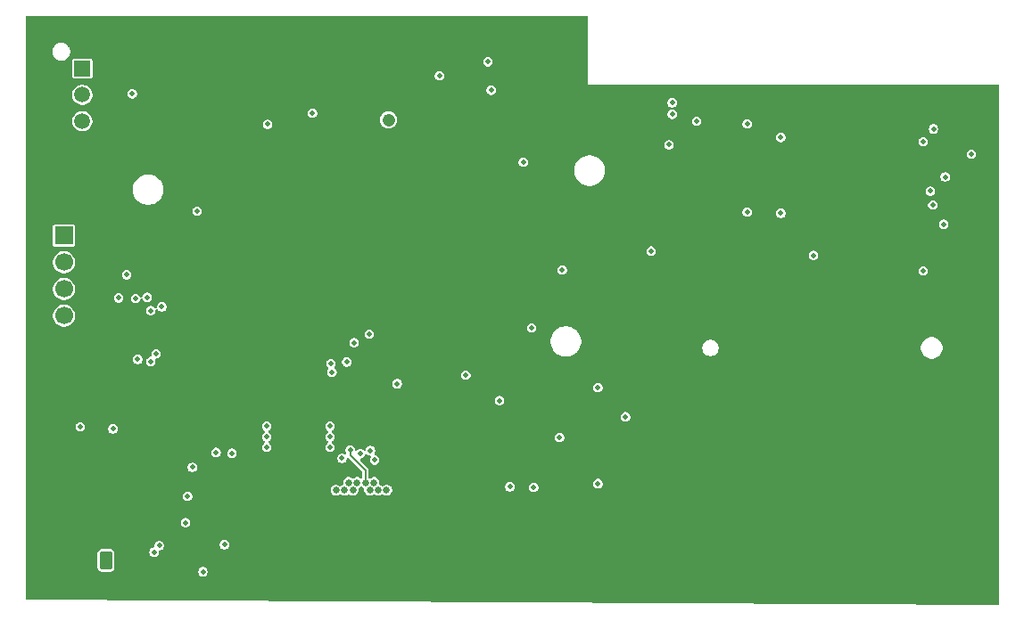
<source format=gbr>
%TF.GenerationSoftware,KiCad,Pcbnew,9.0.3*%
%TF.CreationDate,2025-09-24T14:37:44+05:30*%
%TF.ProjectId,esp_32,6573705f-3332-42e6-9b69-6361645f7063,rev?*%
%TF.SameCoordinates,Original*%
%TF.FileFunction,Copper,L3,Inr*%
%TF.FilePolarity,Positive*%
%FSLAX46Y46*%
G04 Gerber Fmt 4.6, Leading zero omitted, Abs format (unit mm)*
G04 Created by KiCad (PCBNEW 9.0.3) date 2025-09-24 14:37:44*
%MOMM*%
%LPD*%
G01*
G04 APERTURE LIST*
G04 Aperture macros list*
%AMRoundRect*
0 Rectangle with rounded corners*
0 $1 Rounding radius*
0 $2 $3 $4 $5 $6 $7 $8 $9 X,Y pos of 4 corners*
0 Add a 4 corners polygon primitive as box body*
4,1,4,$2,$3,$4,$5,$6,$7,$8,$9,$2,$3,0*
0 Add four circle primitives for the rounded corners*
1,1,$1+$1,$2,$3*
1,1,$1+$1,$4,$5*
1,1,$1+$1,$6,$7*
1,1,$1+$1,$8,$9*
0 Add four rect primitives between the rounded corners*
20,1,$1+$1,$2,$3,$4,$5,0*
20,1,$1+$1,$4,$5,$6,$7,0*
20,1,$1+$1,$6,$7,$8,$9,0*
20,1,$1+$1,$8,$9,$2,$3,0*%
G04 Aperture macros list end*
%TA.AperFunction,ComponentPad*%
%ADD10RoundRect,0.250000X0.350000X0.625000X-0.350000X0.625000X-0.350000X-0.625000X0.350000X-0.625000X0*%
%TD*%
%TA.AperFunction,ComponentPad*%
%ADD11O,1.200000X1.750000*%
%TD*%
%TA.AperFunction,ComponentPad*%
%ADD12R,1.508000X1.508000*%
%TD*%
%TA.AperFunction,ComponentPad*%
%ADD13C,1.508000*%
%TD*%
%TA.AperFunction,ComponentPad*%
%ADD14C,0.400000*%
%TD*%
%TA.AperFunction,ComponentPad*%
%ADD15C,0.650000*%
%TD*%
%TA.AperFunction,ComponentPad*%
%ADD16O,1.050000X2.100000*%
%TD*%
%TA.AperFunction,ComponentPad*%
%ADD17C,1.208000*%
%TD*%
%TA.AperFunction,ComponentPad*%
%ADD18R,1.700000X1.700000*%
%TD*%
%TA.AperFunction,ComponentPad*%
%ADD19C,1.700000*%
%TD*%
%TA.AperFunction,ViaPad*%
%ADD20C,0.500000*%
%TD*%
%TA.AperFunction,Conductor*%
%ADD21C,0.200000*%
%TD*%
G04 APERTURE END LIST*
D10*
%TO.N,/VBAT*%
%TO.C,J5*%
X115750000Y-133750000D03*
D11*
%TO.N,GND*%
X113750000Y-133750000D03*
%TD*%
D12*
%TO.N,+3.3V*%
%TO.C,J4*%
X113500000Y-87000000D03*
D13*
%TO.N,/ESP32-c3-02/SDA*%
X113500000Y-89500000D03*
%TO.N,/ESP32-c3-02/SCL*%
X113500000Y-92000000D03*
%TO.N,GND*%
X113500000Y-94500000D03*
%TD*%
D14*
%TO.N,GND*%
%TO.C,U3*%
X187100000Y-95750000D03*
X188200000Y-95750000D03*
X186550000Y-96300000D03*
X187650000Y-96300000D03*
X188750000Y-96300000D03*
X187100000Y-96850000D03*
X188200000Y-96850000D03*
X186550000Y-97400000D03*
X187650000Y-97400000D03*
X188750000Y-97400000D03*
X187100000Y-97950000D03*
X188200000Y-97950000D03*
%TD*%
D15*
%TO.N,GND*%
%TO.C,J1*%
X142780000Y-126350000D03*
%TO.N,unconnected-(J1-SSTXP2-PadB2)*%
X142380000Y-127060000D03*
%TO.N,unconnected-(J1-SSTXN2-PadB3)*%
X141580000Y-127060000D03*
%TO.N,/VBUS*%
X141180000Y-126350000D03*
%TO.N,Net-(J1-CC2)*%
X140780000Y-127060000D03*
%TO.N,/USB_DP*%
X140380000Y-126350000D03*
%TO.N,/USB_DN*%
X139580000Y-126350000D03*
%TO.N,unconnected-(J1-SBU2-PadB8)*%
X139180000Y-127060000D03*
%TO.N,/VBUS*%
X138780000Y-126350000D03*
%TO.N,unconnected-(J1-SSRXN1-PadB10)*%
X138380000Y-127060000D03*
%TO.N,unconnected-(J1-SSRXP1-PadB11)*%
X137580000Y-127060000D03*
%TO.N,GND*%
X137180000Y-126350000D03*
X141980000Y-126350000D03*
X137980000Y-126350000D03*
D16*
X135710000Y-127500000D03*
X144250000Y-127500000D03*
X135710000Y-132230000D03*
X144250000Y-132230000D03*
%TD*%
D17*
%TO.N,GND*%
%TO.C,MK1*%
X142557500Y-89990000D03*
%TO.N,Net-(C17-Pad1)*%
X142557500Y-91890000D03*
%TD*%
D18*
%TO.N,+3.3V*%
%TO.C,J6*%
X111750000Y-102880000D03*
D19*
%TO.N,/ESP32-c3-02/GPIO8*%
X111750000Y-105420000D03*
%TO.N,/ESP32-c3-02/GPIO18*%
X111750000Y-107960000D03*
%TO.N,/ESP32-c3-02/GPIO19*%
X111750000Y-110500000D03*
%TO.N,GND*%
X111750000Y-113040000D03*
%TD*%
D20*
%TO.N,GND*%
X123800000Y-131850000D03*
X119750000Y-130650000D03*
%TO.N,Net-(U1-PROG1)*%
X126202405Y-123483818D03*
%TO.N,/ESP32-c3-02/PHOTO_C*%
X194289998Y-92739998D03*
X169200000Y-94250000D03*
%TO.N,/ESP32-c3-02/TX_RX*%
X195250000Y-101799998D03*
X137200000Y-115850000D03*
%TO.N,/ESP32-c3-02/RX_TX*%
X194228525Y-99978525D03*
X137100000Y-115050000D03*
%TO.N,Net-(U1-~{TE})*%
X123300000Y-130150000D03*
X123951054Y-124898946D03*
%TO.N,Net-(U1-PROG1)*%
X120300000Y-132950000D03*
%TO.N,Net-(U1-PROG3)*%
X127700000Y-123550000D03*
X120800000Y-132350000D03*
%TO.N,/ESP32-c3-02/EN*%
X165070000Y-120100000D03*
X176600000Y-92250000D03*
%TO.N,GND*%
X180215000Y-109450000D03*
X140800000Y-112950000D03*
X112650000Y-133150000D03*
X148852500Y-87752500D03*
X179650000Y-102250000D03*
X134025000Y-99550000D03*
X122600000Y-121850000D03*
X146750000Y-117050000D03*
X196075000Y-112550000D03*
X138800000Y-118850000D03*
X117850000Y-112150000D03*
X118200000Y-103200000D03*
X155973750Y-97873750D03*
X112700000Y-134500000D03*
X139900000Y-120062500D03*
X127750000Y-121775000D03*
X186500000Y-110750000D03*
X112750000Y-131900000D03*
X166102500Y-132450000D03*
X151096250Y-121953750D03*
X159540000Y-132300000D03*
X143625000Y-109400000D03*
X129600000Y-90450000D03*
X157900000Y-110679232D03*
X125050000Y-121775000D03*
X187475000Y-108550000D03*
X114700000Y-116000000D03*
X170975000Y-134050000D03*
X114800000Y-113950000D03*
X150643750Y-97706250D03*
X125650000Y-114150000D03*
X127800000Y-92350000D03*
X152400000Y-85750000D03*
X126320000Y-126150000D03*
X126100000Y-89250000D03*
X115850000Y-116400000D03*
X172100000Y-94150000D03*
X133430000Y-91900000D03*
X174900000Y-112450000D03*
X194000000Y-110750000D03*
X198275000Y-134050000D03*
X170975000Y-112550000D03*
%TO.N,/VBUS*%
X139900000Y-123600000D03*
X137000000Y-121000000D03*
X137000000Y-122000000D03*
X137000000Y-123000000D03*
X138152330Y-124050001D03*
X141230000Y-124200000D03*
%TO.N,+3.3V*%
X154076000Y-126750000D03*
X197900000Y-95150000D03*
X171800000Y-92000000D03*
X140750000Y-112250000D03*
X121050000Y-109650000D03*
X147400000Y-87700000D03*
X118750000Y-114650000D03*
X156150000Y-111650000D03*
X152312500Y-89062500D03*
X118550000Y-108850000D03*
X143400000Y-116950000D03*
X120000000Y-110000000D03*
X117700000Y-106600000D03*
X167500000Y-104350000D03*
X159050000Y-106135000D03*
X153100000Y-118550000D03*
X193325000Y-106225000D03*
X124400000Y-100550000D03*
X152000000Y-86350000D03*
X182900000Y-104750000D03*
X135350000Y-91250000D03*
X119650000Y-108750000D03*
X116950000Y-108800000D03*
X120500000Y-114100000D03*
X120000000Y-114850000D03*
X131100000Y-92300000D03*
X155350000Y-95892500D03*
X118250000Y-89400000D03*
%TO.N,/+5V_USB*%
X131000000Y-123000000D03*
X127000000Y-132250000D03*
X113300000Y-121050000D03*
X131000000Y-122000000D03*
X116400000Y-121250000D03*
X131000000Y-121000000D03*
%TO.N,/ESP32-c3-02/BOOT*%
X162439575Y-117310425D03*
X179800000Y-100750000D03*
%TO.N,/ESP32-c3-02/SCL*%
X193300000Y-93950000D03*
X169500000Y-90250000D03*
%TO.N,/ESP32-c3-02/SDA*%
X179800000Y-93550000D03*
X169500000Y-91350000D03*
%TO.N,/ESP32-c3-02/GPIO18*%
X194000000Y-98650000D03*
%TO.N,/ESP32-c3-02/GPIO19*%
X195400000Y-97299998D03*
%TO.N,/ESP32-c3-02/GPIO8*%
X176600000Y-100650000D03*
%TO.N,/ESP32-c3-02/RTS*%
X149900000Y-116150000D03*
X138599998Y-114899998D03*
%TO.N,Net-(Q3-B)*%
X158800000Y-122050000D03*
X162450000Y-126450000D03*
%TO.N,/ESP32-c3-02/DTR*%
X156350000Y-126800000D03*
X139300000Y-113050000D03*
%TO.N,Net-(FB1-Pad2)*%
X124950000Y-134812500D03*
X123500000Y-127650000D03*
%TO.N,/USB_DN*%
X140850000Y-123300000D03*
%TO.N,/USB_DP*%
X138928483Y-123270517D03*
%TO.N,GND*%
X197900000Y-91550000D03*
%TD*%
D21*
%TO.N,/USB_DP*%
X138950000Y-123650000D02*
X138950000Y-123751000D01*
X138928483Y-123628483D02*
X138950000Y-123650000D01*
X138928483Y-123270517D02*
X138928483Y-123628483D01*
X138950000Y-123751000D02*
X140380000Y-125181000D01*
X140380000Y-125181000D02*
X140380000Y-126350000D01*
%TD*%
%TA.AperFunction,Conductor*%
%TO.N,GND*%
G36*
X161443039Y-82019685D02*
G01*
X161488794Y-82072489D01*
X161500000Y-82124000D01*
X161500000Y-88500000D01*
X200376000Y-88500000D01*
X200443039Y-88519685D01*
X200488794Y-88572489D01*
X200500000Y-88624000D01*
X200500000Y-137875328D01*
X200480315Y-137942367D01*
X200427511Y-137988122D01*
X200375330Y-137999326D01*
X108223830Y-137501209D01*
X108156898Y-137481163D01*
X108111429Y-137428112D01*
X108100500Y-137377211D01*
X108100500Y-133070730D01*
X114949500Y-133070730D01*
X114949500Y-134429269D01*
X114952353Y-134459699D01*
X114952353Y-134459701D01*
X114997206Y-134587880D01*
X114997207Y-134587882D01*
X115077850Y-134697150D01*
X115187118Y-134777793D01*
X115229845Y-134792744D01*
X115315299Y-134822646D01*
X115345730Y-134825500D01*
X115345734Y-134825500D01*
X116154270Y-134825500D01*
X116184699Y-134822646D01*
X116184701Y-134822646D01*
X116248790Y-134800219D01*
X116312882Y-134777793D01*
X116346217Y-134753191D01*
X124499500Y-134753191D01*
X124499500Y-134871809D01*
X124530201Y-134986386D01*
X124589511Y-135089113D01*
X124673387Y-135172989D01*
X124776114Y-135232299D01*
X124890691Y-135263000D01*
X124890694Y-135263000D01*
X125009306Y-135263000D01*
X125009309Y-135263000D01*
X125123886Y-135232299D01*
X125226613Y-135172989D01*
X125310489Y-135089113D01*
X125369799Y-134986386D01*
X125400500Y-134871809D01*
X125400500Y-134753191D01*
X125369799Y-134638614D01*
X125310489Y-134535887D01*
X125226613Y-134452011D01*
X125123886Y-134392701D01*
X125009309Y-134362000D01*
X124890691Y-134362000D01*
X124776114Y-134392701D01*
X124776112Y-134392701D01*
X124776112Y-134392702D01*
X124673387Y-134452011D01*
X124673384Y-134452013D01*
X124589513Y-134535884D01*
X124589511Y-134535887D01*
X124559493Y-134587880D01*
X124530201Y-134638614D01*
X124499500Y-134753191D01*
X116346217Y-134753191D01*
X116422150Y-134697150D01*
X116502793Y-134587882D01*
X116525219Y-134523790D01*
X116547646Y-134459701D01*
X116547646Y-134459699D01*
X116550500Y-134429269D01*
X116550500Y-133070730D01*
X116547646Y-133040301D01*
X116536800Y-133009306D01*
X116502793Y-132912118D01*
X116486979Y-132890691D01*
X119849500Y-132890691D01*
X119849500Y-133009309D01*
X119880201Y-133123886D01*
X119939511Y-133226613D01*
X120023387Y-133310489D01*
X120126114Y-133369799D01*
X120240691Y-133400500D01*
X120240694Y-133400500D01*
X120359306Y-133400500D01*
X120359309Y-133400500D01*
X120473886Y-133369799D01*
X120576613Y-133310489D01*
X120660489Y-133226613D01*
X120719799Y-133123886D01*
X120750500Y-133009309D01*
X120750500Y-132923569D01*
X120770185Y-132856530D01*
X120822989Y-132810775D01*
X120858324Y-132800629D01*
X120859300Y-132800500D01*
X120859309Y-132800500D01*
X120973886Y-132769799D01*
X121076613Y-132710489D01*
X121160489Y-132626613D01*
X121219799Y-132523886D01*
X121250500Y-132409309D01*
X121250500Y-132290691D01*
X121223705Y-132190691D01*
X126549500Y-132190691D01*
X126549500Y-132309309D01*
X126580201Y-132423886D01*
X126639511Y-132526613D01*
X126723387Y-132610489D01*
X126826114Y-132669799D01*
X126940691Y-132700500D01*
X126940694Y-132700500D01*
X127059306Y-132700500D01*
X127059309Y-132700500D01*
X127173886Y-132669799D01*
X127276613Y-132610489D01*
X127360489Y-132526613D01*
X127419799Y-132423886D01*
X127450500Y-132309309D01*
X127450500Y-132190691D01*
X127419799Y-132076114D01*
X127360489Y-131973387D01*
X127276613Y-131889511D01*
X127173886Y-131830201D01*
X127059309Y-131799500D01*
X126940691Y-131799500D01*
X126826114Y-131830201D01*
X126826112Y-131830201D01*
X126826112Y-131830202D01*
X126723387Y-131889511D01*
X126723384Y-131889513D01*
X126639513Y-131973384D01*
X126639511Y-131973387D01*
X126580201Y-132076114D01*
X126549500Y-132190691D01*
X121223705Y-132190691D01*
X121219799Y-132176114D01*
X121160489Y-132073387D01*
X121076613Y-131989511D01*
X120973886Y-131930201D01*
X120859309Y-131899500D01*
X120740691Y-131899500D01*
X120626114Y-131930201D01*
X120626112Y-131930201D01*
X120626112Y-131930202D01*
X120523387Y-131989511D01*
X120523384Y-131989513D01*
X120439513Y-132073384D01*
X120439511Y-132073387D01*
X120380201Y-132176114D01*
X120349500Y-132290691D01*
X120349500Y-132290693D01*
X120349500Y-132376430D01*
X120329815Y-132443469D01*
X120277011Y-132489224D01*
X120241689Y-132499369D01*
X120240692Y-132499500D01*
X120240691Y-132499500D01*
X120126114Y-132530201D01*
X120126112Y-132530201D01*
X120126112Y-132530202D01*
X120023387Y-132589511D01*
X120023384Y-132589513D01*
X119939513Y-132673384D01*
X119939511Y-132673387D01*
X119911325Y-132722207D01*
X119880201Y-132776114D01*
X119849500Y-132890691D01*
X116486979Y-132890691D01*
X116422150Y-132802850D01*
X116312882Y-132722207D01*
X116312880Y-132722206D01*
X116184700Y-132677353D01*
X116154270Y-132674500D01*
X116154266Y-132674500D01*
X115345734Y-132674500D01*
X115345730Y-132674500D01*
X115315300Y-132677353D01*
X115315298Y-132677353D01*
X115187119Y-132722206D01*
X115187117Y-132722207D01*
X115077850Y-132802850D01*
X114997207Y-132912117D01*
X114997206Y-132912119D01*
X114952353Y-133040298D01*
X114952353Y-133040300D01*
X114949500Y-133070730D01*
X108100500Y-133070730D01*
X108100500Y-130090691D01*
X122849500Y-130090691D01*
X122849500Y-130209309D01*
X122880201Y-130323886D01*
X122939511Y-130426613D01*
X123023387Y-130510489D01*
X123126114Y-130569799D01*
X123240691Y-130600500D01*
X123240694Y-130600500D01*
X123359306Y-130600500D01*
X123359309Y-130600500D01*
X123473886Y-130569799D01*
X123576613Y-130510489D01*
X123660489Y-130426613D01*
X123719799Y-130323886D01*
X123750500Y-130209309D01*
X123750500Y-130090691D01*
X123719799Y-129976114D01*
X123660489Y-129873387D01*
X123576613Y-129789511D01*
X123473886Y-129730201D01*
X123359309Y-129699500D01*
X123240691Y-129699500D01*
X123126114Y-129730201D01*
X123126112Y-129730201D01*
X123126112Y-129730202D01*
X123023387Y-129789511D01*
X123023384Y-129789513D01*
X122939513Y-129873384D01*
X122939511Y-129873387D01*
X122880201Y-129976114D01*
X122849500Y-130090691D01*
X108100500Y-130090691D01*
X108100500Y-127590691D01*
X123049500Y-127590691D01*
X123049500Y-127709309D01*
X123080201Y-127823886D01*
X123139511Y-127926613D01*
X123223387Y-128010489D01*
X123326114Y-128069799D01*
X123440691Y-128100500D01*
X123440694Y-128100500D01*
X123559306Y-128100500D01*
X123559309Y-128100500D01*
X123673886Y-128069799D01*
X123776613Y-128010489D01*
X123860489Y-127926613D01*
X123919799Y-127823886D01*
X123950500Y-127709309D01*
X123950500Y-127590691D01*
X123919799Y-127476114D01*
X123860489Y-127373387D01*
X123776613Y-127289511D01*
X123673886Y-127230201D01*
X123559309Y-127199500D01*
X123440691Y-127199500D01*
X123326114Y-127230201D01*
X123326112Y-127230201D01*
X123326112Y-127230202D01*
X123223387Y-127289511D01*
X123223384Y-127289513D01*
X123139513Y-127373384D01*
X123139511Y-127373387D01*
X123080201Y-127476114D01*
X123049500Y-127590691D01*
X108100500Y-127590691D01*
X108100500Y-126990817D01*
X137054500Y-126990817D01*
X137054500Y-127129183D01*
X137078781Y-127219799D01*
X137090312Y-127262835D01*
X137090313Y-127262838D01*
X137159492Y-127382661D01*
X137159494Y-127382664D01*
X137159495Y-127382665D01*
X137257335Y-127480505D01*
X137377164Y-127549688D01*
X137510817Y-127585500D01*
X137510819Y-127585500D01*
X137649181Y-127585500D01*
X137649183Y-127585500D01*
X137782836Y-127549688D01*
X137902665Y-127480505D01*
X137902670Y-127480499D01*
X137904510Y-127479089D01*
X137906351Y-127478377D01*
X137909703Y-127476442D01*
X137910004Y-127476964D01*
X137969678Y-127453892D01*
X138038124Y-127467928D01*
X138055490Y-127479089D01*
X138057332Y-127480502D01*
X138057335Y-127480505D01*
X138177164Y-127549688D01*
X138310817Y-127585500D01*
X138310819Y-127585500D01*
X138449181Y-127585500D01*
X138449183Y-127585500D01*
X138582836Y-127549688D01*
X138702665Y-127480505D01*
X138702670Y-127480499D01*
X138704510Y-127479089D01*
X138706351Y-127478377D01*
X138709703Y-127476442D01*
X138710004Y-127476964D01*
X138769678Y-127453892D01*
X138838124Y-127467928D01*
X138855490Y-127479089D01*
X138857332Y-127480502D01*
X138857335Y-127480505D01*
X138977164Y-127549688D01*
X139110817Y-127585500D01*
X139110819Y-127585500D01*
X139249181Y-127585500D01*
X139249183Y-127585500D01*
X139382836Y-127549688D01*
X139502665Y-127480505D01*
X139600505Y-127382665D01*
X139669688Y-127262836D01*
X139705500Y-127129183D01*
X139705500Y-126990817D01*
X139704921Y-126988656D01*
X139704966Y-126986764D01*
X139704439Y-126982761D01*
X139705063Y-126982678D01*
X139705587Y-126960655D01*
X139703001Y-126932767D01*
X139706408Y-126926202D01*
X139706584Y-126918810D01*
X139722282Y-126895615D01*
X139735186Y-126870752D01*
X139742487Y-126865761D01*
X139745746Y-126860947D01*
X139762988Y-126849010D01*
X139776081Y-126841497D01*
X139782836Y-126839688D01*
X139902665Y-126770505D01*
X139906494Y-126766675D01*
X139918292Y-126759907D01*
X139944518Y-126753619D01*
X139969678Y-126743892D01*
X139977988Y-126745596D01*
X139986237Y-126743619D01*
X140011700Y-126752509D01*
X140038124Y-126757928D01*
X140051093Y-126766263D01*
X140052201Y-126766650D01*
X140052712Y-126767303D01*
X140055490Y-126769089D01*
X140057332Y-126770502D01*
X140057335Y-126770505D01*
X140177164Y-126839688D01*
X140177169Y-126839689D01*
X140182754Y-126842003D01*
X140237158Y-126885844D01*
X140259224Y-126952138D01*
X140255081Y-126988645D01*
X140254501Y-126990808D01*
X140254500Y-126990815D01*
X140254500Y-126990817D01*
X140254500Y-127129183D01*
X140278781Y-127219799D01*
X140290312Y-127262835D01*
X140290313Y-127262838D01*
X140359492Y-127382661D01*
X140359494Y-127382664D01*
X140359495Y-127382665D01*
X140457335Y-127480505D01*
X140577164Y-127549688D01*
X140710817Y-127585500D01*
X140710819Y-127585500D01*
X140849181Y-127585500D01*
X140849183Y-127585500D01*
X140982836Y-127549688D01*
X141102665Y-127480505D01*
X141102670Y-127480499D01*
X141104510Y-127479089D01*
X141106351Y-127478377D01*
X141109703Y-127476442D01*
X141110004Y-127476964D01*
X141169678Y-127453892D01*
X141238124Y-127467928D01*
X141255490Y-127479089D01*
X141257332Y-127480502D01*
X141257335Y-127480505D01*
X141377164Y-127549688D01*
X141510817Y-127585500D01*
X141510819Y-127585500D01*
X141649181Y-127585500D01*
X141649183Y-127585500D01*
X141782836Y-127549688D01*
X141902665Y-127480505D01*
X141902670Y-127480499D01*
X141904510Y-127479089D01*
X141906351Y-127478377D01*
X141909703Y-127476442D01*
X141910004Y-127476964D01*
X141969678Y-127453892D01*
X142038124Y-127467928D01*
X142055490Y-127479089D01*
X142057332Y-127480502D01*
X142057335Y-127480505D01*
X142177164Y-127549688D01*
X142310817Y-127585500D01*
X142310819Y-127585500D01*
X142449181Y-127585500D01*
X142449183Y-127585500D01*
X142582836Y-127549688D01*
X142702665Y-127480505D01*
X142800505Y-127382665D01*
X142869688Y-127262836D01*
X142905500Y-127129183D01*
X142905500Y-126990817D01*
X142869688Y-126857164D01*
X142813537Y-126759907D01*
X142804679Y-126744564D01*
X142800507Y-126737338D01*
X142800503Y-126737333D01*
X142753861Y-126690691D01*
X153625500Y-126690691D01*
X153625500Y-126809309D01*
X153656201Y-126923886D01*
X153715511Y-127026613D01*
X153799387Y-127110489D01*
X153902114Y-127169799D01*
X154016691Y-127200500D01*
X154016694Y-127200500D01*
X154135306Y-127200500D01*
X154135309Y-127200500D01*
X154249886Y-127169799D01*
X154352613Y-127110489D01*
X154436489Y-127026613D01*
X154495799Y-126923886D01*
X154526500Y-126809309D01*
X154526500Y-126740691D01*
X155899500Y-126740691D01*
X155899500Y-126859309D01*
X155930201Y-126973886D01*
X155989511Y-127076613D01*
X156073387Y-127160489D01*
X156176114Y-127219799D01*
X156290691Y-127250500D01*
X156290694Y-127250500D01*
X156409306Y-127250500D01*
X156409309Y-127250500D01*
X156523886Y-127219799D01*
X156626613Y-127160489D01*
X156710489Y-127076613D01*
X156769799Y-126973886D01*
X156800500Y-126859309D01*
X156800500Y-126740691D01*
X156769799Y-126626114D01*
X156710489Y-126523387D01*
X156626613Y-126439511D01*
X156542055Y-126390691D01*
X161999500Y-126390691D01*
X161999500Y-126509309D01*
X162030201Y-126623886D01*
X162089511Y-126726613D01*
X162173387Y-126810489D01*
X162276114Y-126869799D01*
X162390691Y-126900500D01*
X162390694Y-126900500D01*
X162509306Y-126900500D01*
X162509309Y-126900500D01*
X162623886Y-126869799D01*
X162726613Y-126810489D01*
X162810489Y-126726613D01*
X162869799Y-126623886D01*
X162900500Y-126509309D01*
X162900500Y-126390691D01*
X162869799Y-126276114D01*
X162810489Y-126173387D01*
X162726613Y-126089511D01*
X162623886Y-126030201D01*
X162509309Y-125999500D01*
X162390691Y-125999500D01*
X162276114Y-126030201D01*
X162276112Y-126030201D01*
X162276112Y-126030202D01*
X162173387Y-126089511D01*
X162173384Y-126089513D01*
X162089513Y-126173384D01*
X162089511Y-126173387D01*
X162030201Y-126276114D01*
X161999500Y-126390691D01*
X156542055Y-126390691D01*
X156523886Y-126380201D01*
X156409309Y-126349500D01*
X156290691Y-126349500D01*
X156176114Y-126380201D01*
X156176112Y-126380201D01*
X156176112Y-126380202D01*
X156073387Y-126439511D01*
X156073384Y-126439513D01*
X155989513Y-126523384D01*
X155989511Y-126523387D01*
X155930201Y-126626114D01*
X155899500Y-126740691D01*
X154526500Y-126740691D01*
X154526500Y-126690691D01*
X154495799Y-126576114D01*
X154436489Y-126473387D01*
X154352613Y-126389511D01*
X154249886Y-126330201D01*
X154135309Y-126299500D01*
X154016691Y-126299500D01*
X153902114Y-126330201D01*
X153902112Y-126330201D01*
X153902112Y-126330202D01*
X153799387Y-126389511D01*
X153799384Y-126389513D01*
X153715513Y-126473384D01*
X153715511Y-126473387D01*
X153664934Y-126560989D01*
X153656201Y-126576114D01*
X153625500Y-126690691D01*
X142753861Y-126690691D01*
X142702666Y-126639496D01*
X142702661Y-126639492D01*
X142582838Y-126570313D01*
X142582837Y-126570312D01*
X142582836Y-126570312D01*
X142449183Y-126534500D01*
X142310817Y-126534500D01*
X142177164Y-126570312D01*
X142177161Y-126570313D01*
X142057337Y-126639493D01*
X142055483Y-126640916D01*
X142053637Y-126641629D01*
X142050297Y-126643558D01*
X142049996Y-126643036D01*
X142036991Y-126648063D01*
X142020875Y-126659606D01*
X142005071Y-126660402D01*
X141990312Y-126666107D01*
X141970894Y-126662123D01*
X141951093Y-126663121D01*
X141932464Y-126654239D01*
X141921868Y-126652066D01*
X141918292Y-126650092D01*
X141906491Y-126643321D01*
X141902665Y-126639495D01*
X141782836Y-126570312D01*
X141776084Y-126568502D01*
X141762988Y-126560989D01*
X141744095Y-126541282D01*
X141722838Y-126524151D01*
X141720267Y-126516428D01*
X141714635Y-126510553D01*
X141709395Y-126483759D01*
X141700775Y-126457857D01*
X141702081Y-126446355D01*
X141701226Y-126441983D01*
X141703118Y-126437217D01*
X141704921Y-126421343D01*
X141705500Y-126419183D01*
X141705500Y-126280817D01*
X141669688Y-126147164D01*
X141635096Y-126087249D01*
X141600507Y-126027338D01*
X141600503Y-126027333D01*
X141502666Y-125929496D01*
X141502661Y-125929492D01*
X141382838Y-125860313D01*
X141382837Y-125860312D01*
X141382836Y-125860312D01*
X141249183Y-125824500D01*
X141110817Y-125824500D01*
X140977164Y-125860312D01*
X140977157Y-125860315D01*
X140866499Y-125924203D01*
X140798599Y-125940676D01*
X140732572Y-125917823D01*
X140689382Y-125862902D01*
X140680500Y-125816816D01*
X140680500Y-125141439D01*
X140662117Y-125072833D01*
X140660021Y-125065011D01*
X140660017Y-125065004D01*
X140620464Y-124996495D01*
X140620458Y-124996487D01*
X139885407Y-124261436D01*
X139851922Y-124200113D01*
X139856906Y-124130421D01*
X139898778Y-124074488D01*
X139951562Y-124052992D01*
X139951458Y-124052603D01*
X139954561Y-124051771D01*
X139956910Y-124050815D01*
X139959301Y-124050500D01*
X139959309Y-124050500D01*
X140073886Y-124019799D01*
X140176613Y-123960489D01*
X140260489Y-123876613D01*
X140319799Y-123773886D01*
X140341764Y-123691908D01*
X140378129Y-123632249D01*
X140440976Y-123601720D01*
X140510352Y-123610015D01*
X140549220Y-123636322D01*
X140573387Y-123660489D01*
X140676114Y-123719799D01*
X140789302Y-123750127D01*
X140848961Y-123786492D01*
X140879490Y-123849339D01*
X140871195Y-123918715D01*
X140864594Y-123931902D01*
X140810202Y-124026110D01*
X140810201Y-124026114D01*
X140779500Y-124140691D01*
X140779500Y-124259309D01*
X140810201Y-124373886D01*
X140869511Y-124476613D01*
X140953387Y-124560489D01*
X141056114Y-124619799D01*
X141170691Y-124650500D01*
X141170694Y-124650500D01*
X141289306Y-124650500D01*
X141289309Y-124650500D01*
X141403886Y-124619799D01*
X141506613Y-124560489D01*
X141590489Y-124476613D01*
X141649799Y-124373886D01*
X141680500Y-124259309D01*
X141680500Y-124140691D01*
X141649799Y-124026114D01*
X141590489Y-123923387D01*
X141506613Y-123839511D01*
X141421832Y-123790562D01*
X141403887Y-123780201D01*
X141290698Y-123749872D01*
X141231037Y-123713506D01*
X141200509Y-123650659D01*
X141208804Y-123581284D01*
X141215406Y-123568096D01*
X141231229Y-123540691D01*
X141269799Y-123473886D01*
X141300500Y-123359309D01*
X141300500Y-123240691D01*
X141269799Y-123126114D01*
X141210489Y-123023387D01*
X141126613Y-122939511D01*
X141023886Y-122880201D01*
X140909309Y-122849500D01*
X140790691Y-122849500D01*
X140676114Y-122880201D01*
X140676112Y-122880201D01*
X140676112Y-122880202D01*
X140573387Y-122939511D01*
X140573384Y-122939513D01*
X140489513Y-123023384D01*
X140489511Y-123023387D01*
X140430200Y-123126114D01*
X140430200Y-123126115D01*
X140408234Y-123208091D01*
X140371869Y-123267751D01*
X140309021Y-123298279D01*
X140239646Y-123289984D01*
X140200779Y-123263677D01*
X140176615Y-123239513D01*
X140176613Y-123239511D01*
X140073886Y-123180201D01*
X139959309Y-123149500D01*
X139840691Y-123149500D01*
X139726114Y-123180201D01*
X139726112Y-123180201D01*
X139726112Y-123180202D01*
X139623387Y-123239511D01*
X139623383Y-123239514D01*
X139588479Y-123274418D01*
X139527156Y-123307903D01*
X139457464Y-123302917D01*
X139401531Y-123261045D01*
X139381024Y-123218829D01*
X139378983Y-123211210D01*
X139378983Y-123211208D01*
X139348282Y-123096631D01*
X139288972Y-122993904D01*
X139205096Y-122910028D01*
X139102369Y-122850718D01*
X138987792Y-122820017D01*
X138869174Y-122820017D01*
X138754597Y-122850718D01*
X138754595Y-122850718D01*
X138754595Y-122850719D01*
X138651870Y-122910028D01*
X138651867Y-122910030D01*
X138567996Y-122993901D01*
X138567994Y-122993904D01*
X138508684Y-123096631D01*
X138477983Y-123211208D01*
X138477983Y-123329826D01*
X138508684Y-123444403D01*
X138508685Y-123444406D01*
X138529437Y-123480349D01*
X138545910Y-123548249D01*
X138523058Y-123614276D01*
X138468136Y-123657466D01*
X138398583Y-123664108D01*
X138360050Y-123649736D01*
X138326216Y-123630202D01*
X138211639Y-123599501D01*
X138093021Y-123599501D01*
X137978444Y-123630202D01*
X137978442Y-123630202D01*
X137978442Y-123630203D01*
X137875717Y-123689512D01*
X137875714Y-123689514D01*
X137791843Y-123773385D01*
X137791841Y-123773388D01*
X137750896Y-123844307D01*
X137732531Y-123876115D01*
X137701830Y-123990692D01*
X137701830Y-124109310D01*
X137732531Y-124223887D01*
X137791841Y-124326614D01*
X137875717Y-124410490D01*
X137978444Y-124469800D01*
X138093021Y-124500501D01*
X138093024Y-124500501D01*
X138211636Y-124500501D01*
X138211639Y-124500501D01*
X138326216Y-124469800D01*
X138428943Y-124410490D01*
X138512819Y-124326614D01*
X138572129Y-124223887D01*
X138602830Y-124109310D01*
X138602830Y-124109307D01*
X138604933Y-124101459D01*
X138606551Y-124101892D01*
X138630910Y-124046832D01*
X138689235Y-124008362D01*
X138759100Y-124007531D01*
X138813263Y-124039234D01*
X140043181Y-125269152D01*
X140076666Y-125330475D01*
X140079500Y-125356833D01*
X140079500Y-125816816D01*
X140059815Y-125883855D01*
X140007011Y-125929610D01*
X139937853Y-125939554D01*
X139893501Y-125924203D01*
X139782842Y-125860315D01*
X139782838Y-125860313D01*
X139782836Y-125860312D01*
X139649183Y-125824500D01*
X139510817Y-125824500D01*
X139377164Y-125860312D01*
X139377161Y-125860313D01*
X139257337Y-125929493D01*
X139255483Y-125930916D01*
X139253637Y-125931629D01*
X139250297Y-125933558D01*
X139249996Y-125933036D01*
X139190312Y-125956107D01*
X139121868Y-125942066D01*
X139104517Y-125930916D01*
X139102662Y-125929493D01*
X138982838Y-125860313D01*
X138982837Y-125860312D01*
X138982836Y-125860312D01*
X138849183Y-125824500D01*
X138710817Y-125824500D01*
X138577164Y-125860312D01*
X138577161Y-125860313D01*
X138457338Y-125929492D01*
X138457333Y-125929496D01*
X138359496Y-126027333D01*
X138359492Y-126027338D01*
X138290313Y-126147161D01*
X138290312Y-126147164D01*
X138254500Y-126280817D01*
X138254500Y-126419184D01*
X138255080Y-126421348D01*
X138255034Y-126423242D01*
X138255561Y-126427239D01*
X138254937Y-126427321D01*
X138254411Y-126449348D01*
X138256998Y-126477232D01*
X138253589Y-126483799D01*
X138253413Y-126491197D01*
X138237712Y-126514391D01*
X138224813Y-126539247D01*
X138217507Y-126544240D01*
X138214247Y-126549058D01*
X138197011Y-126560989D01*
X138183913Y-126568503D01*
X138177164Y-126570312D01*
X138057335Y-126639495D01*
X138053508Y-126643321D01*
X138041708Y-126650092D01*
X138015473Y-126656381D01*
X137990312Y-126666107D01*
X137982008Y-126664403D01*
X137973764Y-126666380D01*
X137948292Y-126657486D01*
X137921868Y-126652066D01*
X137908902Y-126643734D01*
X137907799Y-126643349D01*
X137907289Y-126642697D01*
X137904517Y-126640916D01*
X137902662Y-126639493D01*
X137782838Y-126570313D01*
X137782837Y-126570312D01*
X137782836Y-126570312D01*
X137649183Y-126534500D01*
X137510817Y-126534500D01*
X137377164Y-126570312D01*
X137377161Y-126570313D01*
X137257338Y-126639492D01*
X137257333Y-126639496D01*
X137159496Y-126737333D01*
X137159492Y-126737338D01*
X137090313Y-126857161D01*
X137090312Y-126857164D01*
X137054500Y-126990817D01*
X108100500Y-126990817D01*
X108100500Y-124839637D01*
X123500554Y-124839637D01*
X123500554Y-124958255D01*
X123531255Y-125072832D01*
X123590565Y-125175559D01*
X123674441Y-125259435D01*
X123777168Y-125318745D01*
X123891745Y-125349446D01*
X123891748Y-125349446D01*
X124010360Y-125349446D01*
X124010363Y-125349446D01*
X124124940Y-125318745D01*
X124227667Y-125259435D01*
X124311543Y-125175559D01*
X124370853Y-125072832D01*
X124401554Y-124958255D01*
X124401554Y-124839637D01*
X124370853Y-124725060D01*
X124311543Y-124622333D01*
X124227667Y-124538457D01*
X124124940Y-124479147D01*
X124010363Y-124448446D01*
X123891745Y-124448446D01*
X123777168Y-124479147D01*
X123777166Y-124479147D01*
X123777166Y-124479148D01*
X123674441Y-124538457D01*
X123674438Y-124538459D01*
X123590567Y-124622330D01*
X123590565Y-124622333D01*
X123531255Y-124725060D01*
X123500554Y-124839637D01*
X108100500Y-124839637D01*
X108100500Y-123424509D01*
X125751905Y-123424509D01*
X125751905Y-123543127D01*
X125782606Y-123657704D01*
X125841916Y-123760431D01*
X125925792Y-123844307D01*
X126028519Y-123903617D01*
X126143096Y-123934318D01*
X126143099Y-123934318D01*
X126261711Y-123934318D01*
X126261714Y-123934318D01*
X126376291Y-123903617D01*
X126479018Y-123844307D01*
X126562894Y-123760431D01*
X126622204Y-123657704D01*
X126652905Y-123543127D01*
X126652905Y-123490691D01*
X127249500Y-123490691D01*
X127249500Y-123609309D01*
X127280201Y-123723886D01*
X127339511Y-123826613D01*
X127423387Y-123910489D01*
X127526114Y-123969799D01*
X127640691Y-124000500D01*
X127640694Y-124000500D01*
X127759306Y-124000500D01*
X127759309Y-124000500D01*
X127873886Y-123969799D01*
X127976613Y-123910489D01*
X128060489Y-123826613D01*
X128119799Y-123723886D01*
X128150500Y-123609309D01*
X128150500Y-123490691D01*
X128119799Y-123376114D01*
X128060489Y-123273387D01*
X127976613Y-123189511D01*
X127873886Y-123130201D01*
X127759309Y-123099500D01*
X127640691Y-123099500D01*
X127526114Y-123130201D01*
X127526112Y-123130201D01*
X127526112Y-123130202D01*
X127423387Y-123189511D01*
X127423384Y-123189513D01*
X127339513Y-123273384D01*
X127339511Y-123273387D01*
X127318412Y-123309932D01*
X127280201Y-123376114D01*
X127249500Y-123490691D01*
X126652905Y-123490691D01*
X126652905Y-123424509D01*
X126622204Y-123309932D01*
X126562894Y-123207205D01*
X126479018Y-123123329D01*
X126376291Y-123064019D01*
X126261714Y-123033318D01*
X126143096Y-123033318D01*
X126028519Y-123064019D01*
X126028517Y-123064019D01*
X126028517Y-123064020D01*
X125925792Y-123123329D01*
X125925789Y-123123331D01*
X125841918Y-123207202D01*
X125841916Y-123207205D01*
X125809312Y-123263677D01*
X125782606Y-123309932D01*
X125751905Y-123424509D01*
X108100500Y-123424509D01*
X108100500Y-120990691D01*
X112849500Y-120990691D01*
X112849500Y-121109309D01*
X112880201Y-121223886D01*
X112939511Y-121326613D01*
X113023387Y-121410489D01*
X113126114Y-121469799D01*
X113240691Y-121500500D01*
X113240694Y-121500500D01*
X113359306Y-121500500D01*
X113359309Y-121500500D01*
X113473886Y-121469799D01*
X113576613Y-121410489D01*
X113660489Y-121326613D01*
X113719799Y-121223886D01*
X113728694Y-121190691D01*
X115949500Y-121190691D01*
X115949500Y-121309309D01*
X115980201Y-121423886D01*
X116039511Y-121526613D01*
X116123387Y-121610489D01*
X116226114Y-121669799D01*
X116340691Y-121700500D01*
X116340694Y-121700500D01*
X116459306Y-121700500D01*
X116459309Y-121700500D01*
X116573886Y-121669799D01*
X116676613Y-121610489D01*
X116760489Y-121526613D01*
X116819799Y-121423886D01*
X116850500Y-121309309D01*
X116850500Y-121190691D01*
X116819799Y-121076114D01*
X116770480Y-120990691D01*
X116760493Y-120973393D01*
X116760490Y-120973390D01*
X116760489Y-120973387D01*
X116727793Y-120940691D01*
X130549500Y-120940691D01*
X130549500Y-121059309D01*
X130580201Y-121173886D01*
X130639511Y-121276613D01*
X130723387Y-121360489D01*
X130779027Y-121392613D01*
X130827242Y-121443181D01*
X130840464Y-121511788D01*
X130814496Y-121576653D01*
X130779027Y-121607387D01*
X130723387Y-121639511D01*
X130723384Y-121639513D01*
X130639513Y-121723384D01*
X130639511Y-121723387D01*
X130580201Y-121826114D01*
X130549500Y-121940691D01*
X130549500Y-122059309D01*
X130580201Y-122173886D01*
X130639511Y-122276613D01*
X130723387Y-122360489D01*
X130779027Y-122392613D01*
X130827242Y-122443181D01*
X130840464Y-122511788D01*
X130814496Y-122576653D01*
X130779027Y-122607387D01*
X130723387Y-122639511D01*
X130723384Y-122639513D01*
X130639513Y-122723384D01*
X130639511Y-122723387D01*
X130580201Y-122826114D01*
X130549500Y-122940691D01*
X130549500Y-123059309D01*
X130580201Y-123173886D01*
X130639511Y-123276613D01*
X130723387Y-123360489D01*
X130826114Y-123419799D01*
X130940691Y-123450500D01*
X130940694Y-123450500D01*
X131059306Y-123450500D01*
X131059309Y-123450500D01*
X131173886Y-123419799D01*
X131276613Y-123360489D01*
X131360489Y-123276613D01*
X131419799Y-123173886D01*
X131450500Y-123059309D01*
X131450500Y-122940691D01*
X131419799Y-122826114D01*
X131360489Y-122723387D01*
X131276613Y-122639511D01*
X131220972Y-122607386D01*
X131172757Y-122556820D01*
X131159535Y-122488213D01*
X131185503Y-122423348D01*
X131220973Y-122392613D01*
X131276613Y-122360489D01*
X131360489Y-122276613D01*
X131419799Y-122173886D01*
X131450500Y-122059309D01*
X131450500Y-121940691D01*
X131419799Y-121826114D01*
X131360489Y-121723387D01*
X131276613Y-121639511D01*
X131220972Y-121607386D01*
X131172757Y-121556820D01*
X131159535Y-121488213D01*
X131185503Y-121423348D01*
X131220973Y-121392613D01*
X131276613Y-121360489D01*
X131360489Y-121276613D01*
X131419799Y-121173886D01*
X131450500Y-121059309D01*
X131450500Y-120940691D01*
X136549500Y-120940691D01*
X136549500Y-121059309D01*
X136580201Y-121173886D01*
X136639511Y-121276613D01*
X136723387Y-121360489D01*
X136779027Y-121392613D01*
X136827242Y-121443181D01*
X136840464Y-121511788D01*
X136814496Y-121576653D01*
X136779027Y-121607387D01*
X136723387Y-121639511D01*
X136723384Y-121639513D01*
X136639513Y-121723384D01*
X136639511Y-121723387D01*
X136580201Y-121826114D01*
X136549500Y-121940691D01*
X136549500Y-122059309D01*
X136580201Y-122173886D01*
X136639511Y-122276613D01*
X136723387Y-122360489D01*
X136779027Y-122392613D01*
X136827242Y-122443181D01*
X136840464Y-122511788D01*
X136814496Y-122576653D01*
X136779027Y-122607387D01*
X136723387Y-122639511D01*
X136723384Y-122639513D01*
X136639513Y-122723384D01*
X136639511Y-122723387D01*
X136580201Y-122826114D01*
X136549500Y-122940691D01*
X136549500Y-123059309D01*
X136580201Y-123173886D01*
X136639511Y-123276613D01*
X136723387Y-123360489D01*
X136826114Y-123419799D01*
X136940691Y-123450500D01*
X136940694Y-123450500D01*
X137059306Y-123450500D01*
X137059309Y-123450500D01*
X137173886Y-123419799D01*
X137276613Y-123360489D01*
X137360489Y-123276613D01*
X137419799Y-123173886D01*
X137450500Y-123059309D01*
X137450500Y-122940691D01*
X137419799Y-122826114D01*
X137360489Y-122723387D01*
X137276613Y-122639511D01*
X137220972Y-122607386D01*
X137172757Y-122556820D01*
X137159535Y-122488213D01*
X137185503Y-122423348D01*
X137220973Y-122392613D01*
X137276613Y-122360489D01*
X137360489Y-122276613D01*
X137419799Y-122173886D01*
X137450500Y-122059309D01*
X137450500Y-121990691D01*
X158349500Y-121990691D01*
X158349500Y-122109309D01*
X158380201Y-122223886D01*
X158439511Y-122326613D01*
X158523387Y-122410489D01*
X158626114Y-122469799D01*
X158740691Y-122500500D01*
X158740694Y-122500500D01*
X158859306Y-122500500D01*
X158859309Y-122500500D01*
X158973886Y-122469799D01*
X159076613Y-122410489D01*
X159160489Y-122326613D01*
X159219799Y-122223886D01*
X159250500Y-122109309D01*
X159250500Y-121990691D01*
X159219799Y-121876114D01*
X159160489Y-121773387D01*
X159076613Y-121689511D01*
X158973886Y-121630201D01*
X158859309Y-121599500D01*
X158740691Y-121599500D01*
X158626114Y-121630201D01*
X158626112Y-121630201D01*
X158626112Y-121630202D01*
X158523387Y-121689511D01*
X158523384Y-121689513D01*
X158439513Y-121773384D01*
X158439511Y-121773387D01*
X158380201Y-121876114D01*
X158349500Y-121990691D01*
X137450500Y-121990691D01*
X137450500Y-121940691D01*
X137419799Y-121826114D01*
X137360489Y-121723387D01*
X137276613Y-121639511D01*
X137220972Y-121607386D01*
X137172757Y-121556820D01*
X137159535Y-121488213D01*
X137185503Y-121423348D01*
X137220973Y-121392613D01*
X137276613Y-121360489D01*
X137360489Y-121276613D01*
X137419799Y-121173886D01*
X137450500Y-121059309D01*
X137450500Y-120940691D01*
X137419799Y-120826114D01*
X137360489Y-120723387D01*
X137276613Y-120639511D01*
X137173886Y-120580201D01*
X137059309Y-120549500D01*
X136940691Y-120549500D01*
X136826114Y-120580201D01*
X136826112Y-120580201D01*
X136826112Y-120580202D01*
X136723387Y-120639511D01*
X136723384Y-120639513D01*
X136639513Y-120723384D01*
X136639511Y-120723387D01*
X136580201Y-120826114D01*
X136549500Y-120940691D01*
X131450500Y-120940691D01*
X131419799Y-120826114D01*
X131360489Y-120723387D01*
X131276613Y-120639511D01*
X131173886Y-120580201D01*
X131059309Y-120549500D01*
X130940691Y-120549500D01*
X130826114Y-120580201D01*
X130826112Y-120580201D01*
X130826112Y-120580202D01*
X130723387Y-120639511D01*
X130723384Y-120639513D01*
X130639513Y-120723384D01*
X130639511Y-120723387D01*
X130580201Y-120826114D01*
X130549500Y-120940691D01*
X116727793Y-120940691D01*
X116676613Y-120889511D01*
X116573886Y-120830201D01*
X116459309Y-120799500D01*
X116340691Y-120799500D01*
X116226114Y-120830201D01*
X116226112Y-120830201D01*
X116226112Y-120830202D01*
X116123387Y-120889511D01*
X116123384Y-120889513D01*
X116039513Y-120973384D01*
X116039511Y-120973387D01*
X115980201Y-121076114D01*
X115949500Y-121190691D01*
X113728694Y-121190691D01*
X113750500Y-121109309D01*
X113750500Y-120990691D01*
X113719799Y-120876114D01*
X113660489Y-120773387D01*
X113576613Y-120689511D01*
X113473886Y-120630201D01*
X113359309Y-120599500D01*
X113240691Y-120599500D01*
X113126114Y-120630201D01*
X113126112Y-120630201D01*
X113126112Y-120630202D01*
X113023387Y-120689511D01*
X113023384Y-120689513D01*
X112939513Y-120773384D01*
X112939511Y-120773387D01*
X112906709Y-120830202D01*
X112880201Y-120876114D01*
X112849500Y-120990691D01*
X108100500Y-120990691D01*
X108100500Y-120040691D01*
X164619500Y-120040691D01*
X164619500Y-120159309D01*
X164650201Y-120273886D01*
X164709511Y-120376613D01*
X164793387Y-120460489D01*
X164896114Y-120519799D01*
X165010691Y-120550500D01*
X165010694Y-120550500D01*
X165129306Y-120550500D01*
X165129309Y-120550500D01*
X165243886Y-120519799D01*
X165346613Y-120460489D01*
X165430489Y-120376613D01*
X165489799Y-120273886D01*
X165520500Y-120159309D01*
X165520500Y-120040691D01*
X165489799Y-119926114D01*
X165430489Y-119823387D01*
X165346613Y-119739511D01*
X165243886Y-119680201D01*
X165129309Y-119649500D01*
X165010691Y-119649500D01*
X164896114Y-119680201D01*
X164896112Y-119680201D01*
X164896112Y-119680202D01*
X164793387Y-119739511D01*
X164793384Y-119739513D01*
X164709513Y-119823384D01*
X164709511Y-119823387D01*
X164650201Y-119926114D01*
X164619500Y-120040691D01*
X108100500Y-120040691D01*
X108100500Y-118490691D01*
X152649500Y-118490691D01*
X152649500Y-118609309D01*
X152680201Y-118723886D01*
X152739511Y-118826613D01*
X152823387Y-118910489D01*
X152926114Y-118969799D01*
X153040691Y-119000500D01*
X153040694Y-119000500D01*
X153159306Y-119000500D01*
X153159309Y-119000500D01*
X153273886Y-118969799D01*
X153376613Y-118910489D01*
X153460489Y-118826613D01*
X153519799Y-118723886D01*
X153550500Y-118609309D01*
X153550500Y-118490691D01*
X153519799Y-118376114D01*
X153460489Y-118273387D01*
X153376613Y-118189511D01*
X153273886Y-118130201D01*
X153159309Y-118099500D01*
X153040691Y-118099500D01*
X152926114Y-118130201D01*
X152926112Y-118130201D01*
X152926112Y-118130202D01*
X152823387Y-118189511D01*
X152823384Y-118189513D01*
X152739513Y-118273384D01*
X152739511Y-118273387D01*
X152680201Y-118376114D01*
X152649500Y-118490691D01*
X108100500Y-118490691D01*
X108100500Y-116890691D01*
X142949500Y-116890691D01*
X142949500Y-117009309D01*
X142980201Y-117123886D01*
X143039511Y-117226613D01*
X143123387Y-117310489D01*
X143226114Y-117369799D01*
X143340691Y-117400500D01*
X143340694Y-117400500D01*
X143459306Y-117400500D01*
X143459309Y-117400500D01*
X143573886Y-117369799D01*
X143676613Y-117310489D01*
X143735986Y-117251116D01*
X161989075Y-117251116D01*
X161989075Y-117369734D01*
X162019776Y-117484311D01*
X162079086Y-117587038D01*
X162162962Y-117670914D01*
X162265689Y-117730224D01*
X162380266Y-117760925D01*
X162380269Y-117760925D01*
X162498881Y-117760925D01*
X162498884Y-117760925D01*
X162613461Y-117730224D01*
X162716188Y-117670914D01*
X162800064Y-117587038D01*
X162859374Y-117484311D01*
X162890075Y-117369734D01*
X162890075Y-117251116D01*
X162859374Y-117136539D01*
X162800064Y-117033812D01*
X162716188Y-116949936D01*
X162613461Y-116890626D01*
X162498884Y-116859925D01*
X162380266Y-116859925D01*
X162265689Y-116890626D01*
X162265687Y-116890626D01*
X162265687Y-116890627D01*
X162162962Y-116949936D01*
X162162959Y-116949938D01*
X162079088Y-117033809D01*
X162079086Y-117033812D01*
X162027080Y-117123889D01*
X162019776Y-117136539D01*
X161989075Y-117251116D01*
X143735986Y-117251116D01*
X143760489Y-117226613D01*
X143778772Y-117194945D01*
X143786832Y-117180987D01*
X143786832Y-117180986D01*
X143819797Y-117123889D01*
X143819798Y-117123887D01*
X143819799Y-117123886D01*
X143850500Y-117009309D01*
X143850500Y-116890691D01*
X143819799Y-116776114D01*
X143760489Y-116673387D01*
X143676613Y-116589511D01*
X143573886Y-116530201D01*
X143459309Y-116499500D01*
X143340691Y-116499500D01*
X143226114Y-116530201D01*
X143226112Y-116530201D01*
X143226112Y-116530202D01*
X143123387Y-116589511D01*
X143123384Y-116589513D01*
X143039513Y-116673384D01*
X143039511Y-116673387D01*
X142980201Y-116776114D01*
X142949500Y-116890691D01*
X108100500Y-116890691D01*
X108100500Y-114590691D01*
X118299500Y-114590691D01*
X118299500Y-114709309D01*
X118330201Y-114823886D01*
X118389511Y-114926613D01*
X118473387Y-115010489D01*
X118576114Y-115069799D01*
X118690691Y-115100500D01*
X118690694Y-115100500D01*
X118809306Y-115100500D01*
X118809309Y-115100500D01*
X118923886Y-115069799D01*
X119026613Y-115010489D01*
X119110489Y-114926613D01*
X119169799Y-114823886D01*
X119178694Y-114790691D01*
X119549500Y-114790691D01*
X119549500Y-114909309D01*
X119580201Y-115023886D01*
X119639511Y-115126613D01*
X119723387Y-115210489D01*
X119826114Y-115269799D01*
X119940691Y-115300500D01*
X119940694Y-115300500D01*
X120059306Y-115300500D01*
X120059309Y-115300500D01*
X120173886Y-115269799D01*
X120276613Y-115210489D01*
X120360489Y-115126613D01*
X120419799Y-115023886D01*
X120428694Y-114990691D01*
X136649500Y-114990691D01*
X136649500Y-115109309D01*
X136680201Y-115223886D01*
X136739511Y-115326613D01*
X136739513Y-115326615D01*
X136826342Y-115413444D01*
X136859827Y-115474767D01*
X136854843Y-115544459D01*
X136842927Y-115565975D01*
X136843575Y-115566349D01*
X136839512Y-115573385D01*
X136839511Y-115573387D01*
X136780201Y-115676114D01*
X136749500Y-115790691D01*
X136749500Y-115909309D01*
X136780201Y-116023886D01*
X136839511Y-116126613D01*
X136923387Y-116210489D01*
X137026114Y-116269799D01*
X137140691Y-116300500D01*
X137140694Y-116300500D01*
X137259306Y-116300500D01*
X137259309Y-116300500D01*
X137373886Y-116269799D01*
X137476613Y-116210489D01*
X137560489Y-116126613D01*
X137581228Y-116090691D01*
X149449500Y-116090691D01*
X149449500Y-116209309D01*
X149480201Y-116323886D01*
X149539511Y-116426613D01*
X149623387Y-116510489D01*
X149726114Y-116569799D01*
X149840691Y-116600500D01*
X149840694Y-116600500D01*
X149959306Y-116600500D01*
X149959309Y-116600500D01*
X150073886Y-116569799D01*
X150176613Y-116510489D01*
X150260489Y-116426613D01*
X150319799Y-116323886D01*
X150350500Y-116209309D01*
X150350500Y-116090691D01*
X150319799Y-115976114D01*
X150260489Y-115873387D01*
X150176613Y-115789511D01*
X150073886Y-115730201D01*
X149959309Y-115699500D01*
X149840691Y-115699500D01*
X149726114Y-115730201D01*
X149726112Y-115730201D01*
X149726112Y-115730202D01*
X149623387Y-115789511D01*
X149623384Y-115789513D01*
X149539513Y-115873384D01*
X149539511Y-115873387D01*
X149480201Y-115976114D01*
X149449500Y-116090691D01*
X137581228Y-116090691D01*
X137597691Y-116062177D01*
X137619795Y-116023894D01*
X137619797Y-116023890D01*
X137619798Y-116023887D01*
X137619799Y-116023886D01*
X137650500Y-115909309D01*
X137650500Y-115790691D01*
X137619799Y-115676114D01*
X137560489Y-115573387D01*
X137476613Y-115489511D01*
X137473657Y-115486555D01*
X137440172Y-115425232D01*
X137445156Y-115355540D01*
X137457074Y-115334026D01*
X137456425Y-115333651D01*
X137460487Y-115326614D01*
X137460489Y-115326613D01*
X137519799Y-115223886D01*
X137550500Y-115109309D01*
X137550500Y-114990691D01*
X137519799Y-114876114D01*
X137499346Y-114840689D01*
X138149498Y-114840689D01*
X138149498Y-114959307D01*
X138180199Y-115073884D01*
X138239509Y-115176611D01*
X138323385Y-115260487D01*
X138426112Y-115319797D01*
X138540689Y-115350498D01*
X138540692Y-115350498D01*
X138659304Y-115350498D01*
X138659307Y-115350498D01*
X138773884Y-115319797D01*
X138876611Y-115260487D01*
X138960487Y-115176611D01*
X139019797Y-115073884D01*
X139050498Y-114959307D01*
X139050498Y-114840689D01*
X139019797Y-114726112D01*
X138960487Y-114623385D01*
X138876611Y-114539509D01*
X138773884Y-114480199D01*
X138659307Y-114449498D01*
X138540689Y-114449498D01*
X138426112Y-114480199D01*
X138426110Y-114480199D01*
X138426110Y-114480200D01*
X138323385Y-114539509D01*
X138323382Y-114539511D01*
X138239511Y-114623382D01*
X138239509Y-114623385D01*
X138180199Y-114726112D01*
X138149498Y-114840689D01*
X137499346Y-114840689D01*
X137460489Y-114773387D01*
X137376613Y-114689511D01*
X137273886Y-114630201D01*
X137159309Y-114599500D01*
X137040691Y-114599500D01*
X136926114Y-114630201D01*
X136926112Y-114630201D01*
X136926112Y-114630202D01*
X136823387Y-114689511D01*
X136823384Y-114689513D01*
X136739513Y-114773384D01*
X136739511Y-114773387D01*
X136710355Y-114823887D01*
X136680201Y-114876114D01*
X136649500Y-114990691D01*
X120428694Y-114990691D01*
X120450500Y-114909309D01*
X120450500Y-114790691D01*
X120427966Y-114706593D01*
X120429629Y-114636743D01*
X120468792Y-114578881D01*
X120533020Y-114551377D01*
X120547741Y-114550500D01*
X120559306Y-114550500D01*
X120559309Y-114550500D01*
X120673886Y-114519799D01*
X120776613Y-114460489D01*
X120860489Y-114376613D01*
X120919799Y-114273886D01*
X120950500Y-114159309D01*
X120950500Y-114040691D01*
X120919799Y-113926114D01*
X120860489Y-113823387D01*
X120776613Y-113739511D01*
X120673886Y-113680201D01*
X120559309Y-113649500D01*
X120440691Y-113649500D01*
X120326114Y-113680201D01*
X120326112Y-113680201D01*
X120326112Y-113680202D01*
X120223387Y-113739511D01*
X120223384Y-113739513D01*
X120139513Y-113823384D01*
X120139511Y-113823387D01*
X120080201Y-113926114D01*
X120049500Y-114040691D01*
X120049500Y-114040693D01*
X120049500Y-114159308D01*
X120072034Y-114243407D01*
X120070371Y-114313257D01*
X120031208Y-114371119D01*
X119966980Y-114398623D01*
X119952259Y-114399500D01*
X119940691Y-114399500D01*
X119826114Y-114430201D01*
X119826112Y-114430201D01*
X119826112Y-114430202D01*
X119723387Y-114489511D01*
X119723384Y-114489513D01*
X119639513Y-114573384D01*
X119639511Y-114573387D01*
X119606709Y-114630202D01*
X119580201Y-114676114D01*
X119549500Y-114790691D01*
X119178694Y-114790691D01*
X119200500Y-114709309D01*
X119200500Y-114590691D01*
X119169799Y-114476114D01*
X119110489Y-114373387D01*
X119026613Y-114289511D01*
X118923886Y-114230201D01*
X118809309Y-114199500D01*
X118690691Y-114199500D01*
X118576114Y-114230201D01*
X118576112Y-114230201D01*
X118576112Y-114230202D01*
X118473387Y-114289511D01*
X118473384Y-114289513D01*
X118389513Y-114373384D01*
X118389511Y-114373387D01*
X118356709Y-114430202D01*
X118330201Y-114476114D01*
X118299500Y-114590691D01*
X108100500Y-114590691D01*
X108100500Y-112990691D01*
X138849500Y-112990691D01*
X138849500Y-113109309D01*
X138880201Y-113223886D01*
X138939511Y-113326613D01*
X139023387Y-113410489D01*
X139126114Y-113469799D01*
X139240691Y-113500500D01*
X139240694Y-113500500D01*
X139359306Y-113500500D01*
X139359309Y-113500500D01*
X139473886Y-113469799D01*
X139576613Y-113410489D01*
X139660489Y-113326613D01*
X139719799Y-113223886D01*
X139750500Y-113109309D01*
X139750500Y-112990691D01*
X139719799Y-112876114D01*
X139696545Y-112835837D01*
X157949500Y-112835837D01*
X157949500Y-113064162D01*
X157985215Y-113289660D01*
X158055770Y-113506803D01*
X158144122Y-113680202D01*
X158159421Y-113710228D01*
X158293621Y-113894937D01*
X158455063Y-114056379D01*
X158639772Y-114190579D01*
X158717535Y-114230201D01*
X158843196Y-114294229D01*
X158843198Y-114294229D01*
X158843201Y-114294231D01*
X158901757Y-114313257D01*
X159060339Y-114364784D01*
X159285838Y-114400500D01*
X159285843Y-114400500D01*
X159514162Y-114400500D01*
X159739660Y-114364784D01*
X159956799Y-114294231D01*
X160160228Y-114190579D01*
X160344937Y-114056379D01*
X160506379Y-113894937D01*
X160640579Y-113710228D01*
X160744231Y-113506799D01*
X160755013Y-113473615D01*
X172349500Y-113473615D01*
X172349500Y-113626384D01*
X172379300Y-113776197D01*
X172379302Y-113776205D01*
X172437759Y-113917334D01*
X172437764Y-113917343D01*
X172522629Y-114044351D01*
X172522632Y-114044355D01*
X172630644Y-114152367D01*
X172630648Y-114152370D01*
X172757656Y-114237235D01*
X172757662Y-114237238D01*
X172757663Y-114237239D01*
X172898795Y-114295698D01*
X173048615Y-114325499D01*
X173048619Y-114325500D01*
X173048620Y-114325500D01*
X173201381Y-114325500D01*
X173201382Y-114325499D01*
X173351205Y-114295698D01*
X173492337Y-114237239D01*
X173619352Y-114152370D01*
X173727370Y-114044352D01*
X173812239Y-113917337D01*
X173870698Y-113776205D01*
X173900500Y-113626380D01*
X173900500Y-113473620D01*
X173899202Y-113467094D01*
X173899202Y-113467091D01*
X173895602Y-113448992D01*
X193099500Y-113448992D01*
X193099500Y-113651007D01*
X193138907Y-113849119D01*
X193138909Y-113849127D01*
X193216212Y-114035752D01*
X193216217Y-114035762D01*
X193328441Y-114203718D01*
X193471281Y-114346558D01*
X193639237Y-114458782D01*
X193639241Y-114458784D01*
X193639244Y-114458786D01*
X193825873Y-114536091D01*
X194013359Y-114573384D01*
X194023992Y-114575499D01*
X194023996Y-114575500D01*
X194023997Y-114575500D01*
X194226004Y-114575500D01*
X194226005Y-114575499D01*
X194424127Y-114536091D01*
X194610756Y-114458786D01*
X194778718Y-114346558D01*
X194921558Y-114203718D01*
X195033786Y-114035756D01*
X195111091Y-113849127D01*
X195150500Y-113651003D01*
X195150500Y-113448997D01*
X195111091Y-113250873D01*
X195033786Y-113064244D01*
X195033784Y-113064241D01*
X195033782Y-113064237D01*
X194921558Y-112896281D01*
X194778718Y-112753441D01*
X194610762Y-112641217D01*
X194610752Y-112641212D01*
X194424127Y-112563909D01*
X194424119Y-112563907D01*
X194226007Y-112524500D01*
X194226003Y-112524500D01*
X194023997Y-112524500D01*
X194023992Y-112524500D01*
X193825880Y-112563907D01*
X193825872Y-112563909D01*
X193639247Y-112641212D01*
X193639237Y-112641217D01*
X193471281Y-112753441D01*
X193328441Y-112896281D01*
X193216217Y-113064237D01*
X193216212Y-113064247D01*
X193138909Y-113250872D01*
X193138907Y-113250880D01*
X193099500Y-113448992D01*
X173895602Y-113448992D01*
X173871259Y-113326615D01*
X173870698Y-113323795D01*
X173812239Y-113182663D01*
X173812238Y-113182662D01*
X173812235Y-113182656D01*
X173727370Y-113055648D01*
X173727367Y-113055644D01*
X173619355Y-112947632D01*
X173619351Y-112947629D01*
X173492343Y-112862764D01*
X173492334Y-112862759D01*
X173351205Y-112804302D01*
X173351197Y-112804300D01*
X173201384Y-112774500D01*
X173201380Y-112774500D01*
X173048620Y-112774500D01*
X173048615Y-112774500D01*
X172898802Y-112804300D01*
X172898794Y-112804302D01*
X172757665Y-112862759D01*
X172757656Y-112862764D01*
X172630648Y-112947629D01*
X172630644Y-112947632D01*
X172522632Y-113055644D01*
X172522629Y-113055648D01*
X172437764Y-113182656D01*
X172437759Y-113182665D01*
X172379302Y-113323794D01*
X172379300Y-113323802D01*
X172349500Y-113473615D01*
X160755013Y-113473615D01*
X160814784Y-113289660D01*
X160820927Y-113250873D01*
X160850500Y-113064162D01*
X160850500Y-112835837D01*
X160814784Y-112610339D01*
X160782049Y-112509592D01*
X160744231Y-112393201D01*
X160744229Y-112393198D01*
X160744229Y-112393196D01*
X160640578Y-112189771D01*
X160506379Y-112005063D01*
X160344937Y-111843621D01*
X160160228Y-111709421D01*
X160160002Y-111709306D01*
X159956803Y-111605770D01*
X159739660Y-111535215D01*
X159514162Y-111499500D01*
X159514157Y-111499500D01*
X159285843Y-111499500D01*
X159285838Y-111499500D01*
X159060339Y-111535215D01*
X158843196Y-111605770D01*
X158639771Y-111709421D01*
X158455061Y-111843622D01*
X158293622Y-112005061D01*
X158159421Y-112189771D01*
X158055770Y-112393196D01*
X157985215Y-112610339D01*
X157949500Y-112835837D01*
X139696545Y-112835837D01*
X139660489Y-112773387D01*
X139576613Y-112689511D01*
X139473886Y-112630201D01*
X139359309Y-112599500D01*
X139240691Y-112599500D01*
X139126114Y-112630201D01*
X139126112Y-112630201D01*
X139126112Y-112630202D01*
X139023387Y-112689511D01*
X139023384Y-112689513D01*
X138939513Y-112773384D01*
X138939511Y-112773387D01*
X138887912Y-112862759D01*
X138880201Y-112876114D01*
X138849500Y-112990691D01*
X108100500Y-112990691D01*
X108100500Y-112190691D01*
X140299500Y-112190691D01*
X140299500Y-112309309D01*
X140330201Y-112423886D01*
X140389511Y-112526613D01*
X140473387Y-112610489D01*
X140576114Y-112669799D01*
X140690691Y-112700500D01*
X140690694Y-112700500D01*
X140809306Y-112700500D01*
X140809309Y-112700500D01*
X140923886Y-112669799D01*
X141026613Y-112610489D01*
X141110489Y-112526613D01*
X141169799Y-112423886D01*
X141200500Y-112309309D01*
X141200500Y-112190691D01*
X141169799Y-112076114D01*
X141110489Y-111973387D01*
X141026613Y-111889511D01*
X140923886Y-111830201D01*
X140809309Y-111799500D01*
X140690691Y-111799500D01*
X140576114Y-111830201D01*
X140576112Y-111830201D01*
X140576112Y-111830202D01*
X140473387Y-111889511D01*
X140473384Y-111889513D01*
X140389513Y-111973384D01*
X140389511Y-111973387D01*
X140368091Y-112010488D01*
X140330201Y-112076114D01*
X140299500Y-112190691D01*
X108100500Y-112190691D01*
X108100500Y-111590691D01*
X155699500Y-111590691D01*
X155699500Y-111709309D01*
X155730201Y-111823886D01*
X155789511Y-111926613D01*
X155873387Y-112010489D01*
X155976114Y-112069799D01*
X156090691Y-112100500D01*
X156090694Y-112100500D01*
X156209306Y-112100500D01*
X156209309Y-112100500D01*
X156323886Y-112069799D01*
X156426613Y-112010489D01*
X156510489Y-111926613D01*
X156569799Y-111823886D01*
X156600500Y-111709309D01*
X156600500Y-111590691D01*
X156569799Y-111476114D01*
X156510489Y-111373387D01*
X156426613Y-111289511D01*
X156323886Y-111230201D01*
X156209309Y-111199500D01*
X156090691Y-111199500D01*
X155976114Y-111230201D01*
X155976112Y-111230201D01*
X155976112Y-111230202D01*
X155873387Y-111289511D01*
X155873384Y-111289513D01*
X155789513Y-111373384D01*
X155789511Y-111373387D01*
X155730201Y-111476114D01*
X155699500Y-111590691D01*
X108100500Y-111590691D01*
X108100500Y-110396530D01*
X110699500Y-110396530D01*
X110699500Y-110603469D01*
X110739868Y-110806412D01*
X110739870Y-110806420D01*
X110819058Y-110997596D01*
X110934024Y-111169657D01*
X111080342Y-111315975D01*
X111080345Y-111315977D01*
X111252402Y-111430941D01*
X111443580Y-111510130D01*
X111569692Y-111535215D01*
X111646530Y-111550499D01*
X111646534Y-111550500D01*
X111646535Y-111550500D01*
X111853466Y-111550500D01*
X111853467Y-111550499D01*
X112056420Y-111510130D01*
X112247598Y-111430941D01*
X112419655Y-111315977D01*
X112565977Y-111169655D01*
X112680941Y-110997598D01*
X112760130Y-110806420D01*
X112800500Y-110603465D01*
X112800500Y-110396535D01*
X112760130Y-110193580D01*
X112680941Y-110002402D01*
X112639707Y-109940691D01*
X119549500Y-109940691D01*
X119549500Y-110059309D01*
X119580201Y-110173886D01*
X119639511Y-110276613D01*
X119723387Y-110360489D01*
X119826114Y-110419799D01*
X119940691Y-110450500D01*
X119940694Y-110450500D01*
X120059306Y-110450500D01*
X120059309Y-110450500D01*
X120173886Y-110419799D01*
X120276613Y-110360489D01*
X120360489Y-110276613D01*
X120419799Y-110173886D01*
X120450500Y-110059309D01*
X120450500Y-109975408D01*
X120470185Y-109908369D01*
X120522989Y-109862614D01*
X120592147Y-109852670D01*
X120655703Y-109881695D01*
X120681887Y-109913408D01*
X120689508Y-109926609D01*
X120689510Y-109926611D01*
X120689511Y-109926613D01*
X120773387Y-110010489D01*
X120876114Y-110069799D01*
X120990691Y-110100500D01*
X120990694Y-110100500D01*
X121109306Y-110100500D01*
X121109309Y-110100500D01*
X121223886Y-110069799D01*
X121326613Y-110010489D01*
X121410489Y-109926613D01*
X121469799Y-109823886D01*
X121500500Y-109709309D01*
X121500500Y-109590691D01*
X121469799Y-109476114D01*
X121410489Y-109373387D01*
X121326613Y-109289511D01*
X121223886Y-109230201D01*
X121109309Y-109199500D01*
X120990691Y-109199500D01*
X120876114Y-109230201D01*
X120876112Y-109230201D01*
X120876112Y-109230202D01*
X120773387Y-109289511D01*
X120773384Y-109289513D01*
X120689513Y-109373384D01*
X120689511Y-109373387D01*
X120630201Y-109476114D01*
X120599500Y-109590691D01*
X120599500Y-109590693D01*
X120599500Y-109674591D01*
X120579815Y-109741630D01*
X120527011Y-109787385D01*
X120457853Y-109797329D01*
X120394297Y-109768304D01*
X120368114Y-109736594D01*
X120360489Y-109723387D01*
X120276613Y-109639511D01*
X120173886Y-109580201D01*
X120059309Y-109549500D01*
X119940691Y-109549500D01*
X119826114Y-109580201D01*
X119826112Y-109580201D01*
X119826112Y-109580202D01*
X119723387Y-109639511D01*
X119723384Y-109639513D01*
X119639513Y-109723384D01*
X119639511Y-109723387D01*
X119580201Y-109826114D01*
X119549500Y-109940691D01*
X112639707Y-109940691D01*
X112565977Y-109830345D01*
X112565975Y-109830342D01*
X112419657Y-109684024D01*
X112333626Y-109626541D01*
X112247598Y-109569059D01*
X112056420Y-109489870D01*
X112056412Y-109489868D01*
X111853469Y-109449500D01*
X111853465Y-109449500D01*
X111646535Y-109449500D01*
X111646530Y-109449500D01*
X111443587Y-109489868D01*
X111443579Y-109489870D01*
X111252403Y-109569058D01*
X111080342Y-109684024D01*
X110934024Y-109830342D01*
X110819058Y-110002403D01*
X110739870Y-110193579D01*
X110739868Y-110193587D01*
X110699500Y-110396530D01*
X108100500Y-110396530D01*
X108100500Y-107856530D01*
X110699500Y-107856530D01*
X110699500Y-108063469D01*
X110739868Y-108266412D01*
X110739870Y-108266420D01*
X110766289Y-108330202D01*
X110819059Y-108457598D01*
X110876541Y-108543626D01*
X110934024Y-108629657D01*
X111080342Y-108775975D01*
X111080345Y-108775977D01*
X111252402Y-108890941D01*
X111443580Y-108970130D01*
X111646530Y-109010499D01*
X111646534Y-109010500D01*
X111646535Y-109010500D01*
X111853466Y-109010500D01*
X111853467Y-109010499D01*
X112056420Y-108970130D01*
X112247598Y-108890941D01*
X112419655Y-108775977D01*
X112454941Y-108740691D01*
X116499500Y-108740691D01*
X116499500Y-108859309D01*
X116530201Y-108973886D01*
X116589511Y-109076613D01*
X116673387Y-109160489D01*
X116776114Y-109219799D01*
X116890691Y-109250500D01*
X116890694Y-109250500D01*
X117009306Y-109250500D01*
X117009309Y-109250500D01*
X117123886Y-109219799D01*
X117226613Y-109160489D01*
X117310489Y-109076613D01*
X117369799Y-108973886D01*
X117400500Y-108859309D01*
X117400500Y-108790691D01*
X118099500Y-108790691D01*
X118099500Y-108909309D01*
X118130201Y-109023886D01*
X118189511Y-109126613D01*
X118273387Y-109210489D01*
X118376114Y-109269799D01*
X118490691Y-109300500D01*
X118490694Y-109300500D01*
X118609306Y-109300500D01*
X118609309Y-109300500D01*
X118723886Y-109269799D01*
X118826613Y-109210489D01*
X118910489Y-109126613D01*
X118969799Y-109023886D01*
X118993809Y-108934277D01*
X119030173Y-108874619D01*
X119093019Y-108844090D01*
X119162395Y-108852384D01*
X119216273Y-108896870D01*
X119228145Y-108918923D01*
X119230199Y-108923883D01*
X119236202Y-108934280D01*
X119289511Y-109026613D01*
X119373387Y-109110489D01*
X119476114Y-109169799D01*
X119590691Y-109200500D01*
X119590694Y-109200500D01*
X119709306Y-109200500D01*
X119709309Y-109200500D01*
X119823886Y-109169799D01*
X119926613Y-109110489D01*
X120010489Y-109026613D01*
X120069799Y-108923886D01*
X120100500Y-108809309D01*
X120100500Y-108690691D01*
X120069799Y-108576114D01*
X120010489Y-108473387D01*
X119926613Y-108389511D01*
X119823886Y-108330201D01*
X119709309Y-108299500D01*
X119590691Y-108299500D01*
X119476114Y-108330201D01*
X119476112Y-108330201D01*
X119476112Y-108330202D01*
X119373387Y-108389511D01*
X119373384Y-108389513D01*
X119289513Y-108473384D01*
X119289511Y-108473387D01*
X119230201Y-108576112D01*
X119206191Y-108665720D01*
X119169825Y-108725381D01*
X119106978Y-108755909D01*
X119037603Y-108747614D01*
X118983725Y-108703128D01*
X118971852Y-108681072D01*
X118969801Y-108676122D01*
X118969799Y-108676114D01*
X118910489Y-108573387D01*
X118826613Y-108489511D01*
X118723886Y-108430201D01*
X118609309Y-108399500D01*
X118490691Y-108399500D01*
X118376114Y-108430201D01*
X118376112Y-108430201D01*
X118376112Y-108430202D01*
X118273387Y-108489511D01*
X118273384Y-108489513D01*
X118189513Y-108573384D01*
X118189511Y-108573387D01*
X118130201Y-108676114D01*
X118099500Y-108790691D01*
X117400500Y-108790691D01*
X117400500Y-108740691D01*
X117369799Y-108626114D01*
X117310489Y-108523387D01*
X117226613Y-108439511D01*
X117123886Y-108380201D01*
X117009309Y-108349500D01*
X116890691Y-108349500D01*
X116776114Y-108380201D01*
X116776112Y-108380201D01*
X116776112Y-108380202D01*
X116673387Y-108439511D01*
X116673384Y-108439513D01*
X116589513Y-108523384D01*
X116589511Y-108523387D01*
X116530201Y-108626114D01*
X116499500Y-108740691D01*
X112454941Y-108740691D01*
X112470251Y-108725381D01*
X112550750Y-108644883D01*
X112565974Y-108629658D01*
X112565975Y-108629657D01*
X112565977Y-108629655D01*
X112680941Y-108457598D01*
X112760130Y-108266420D01*
X112800500Y-108063465D01*
X112800500Y-107856535D01*
X112760130Y-107653580D01*
X112680941Y-107462402D01*
X112565977Y-107290345D01*
X112565975Y-107290342D01*
X112419657Y-107144024D01*
X112279687Y-107050500D01*
X112247598Y-107029059D01*
X112056420Y-106949870D01*
X112056412Y-106949868D01*
X111853469Y-106909500D01*
X111853465Y-106909500D01*
X111646535Y-106909500D01*
X111646530Y-106909500D01*
X111443587Y-106949868D01*
X111443579Y-106949870D01*
X111252403Y-107029058D01*
X111080342Y-107144024D01*
X110934024Y-107290342D01*
X110819058Y-107462403D01*
X110739870Y-107653579D01*
X110739868Y-107653587D01*
X110699500Y-107856530D01*
X108100500Y-107856530D01*
X108100500Y-106540691D01*
X117249500Y-106540691D01*
X117249500Y-106659309D01*
X117280201Y-106773886D01*
X117339511Y-106876613D01*
X117423387Y-106960489D01*
X117526114Y-107019799D01*
X117640691Y-107050500D01*
X117640694Y-107050500D01*
X117759306Y-107050500D01*
X117759309Y-107050500D01*
X117873886Y-107019799D01*
X117976613Y-106960489D01*
X118060489Y-106876613D01*
X118119799Y-106773886D01*
X118150500Y-106659309D01*
X118150500Y-106540691D01*
X118119799Y-106426114D01*
X118060489Y-106323387D01*
X117976613Y-106239511D01*
X117873886Y-106180201D01*
X117759309Y-106149500D01*
X117640691Y-106149500D01*
X117526114Y-106180201D01*
X117526112Y-106180201D01*
X117526112Y-106180202D01*
X117423387Y-106239511D01*
X117423384Y-106239513D01*
X117339513Y-106323384D01*
X117339511Y-106323387D01*
X117280201Y-106426114D01*
X117249500Y-106540691D01*
X108100500Y-106540691D01*
X108100500Y-105316530D01*
X110699500Y-105316530D01*
X110699500Y-105523469D01*
X110739868Y-105726412D01*
X110739870Y-105726420D01*
X110797069Y-105864511D01*
X110819059Y-105917598D01*
X110848134Y-105961112D01*
X110934024Y-106089657D01*
X111080342Y-106235975D01*
X111080345Y-106235977D01*
X111252402Y-106350941D01*
X111443580Y-106430130D01*
X111646530Y-106470499D01*
X111646534Y-106470500D01*
X111646535Y-106470500D01*
X111853466Y-106470500D01*
X111853467Y-106470499D01*
X112056420Y-106430130D01*
X112247598Y-106350941D01*
X112419655Y-106235977D01*
X112565977Y-106089655D01*
X112575307Y-106075691D01*
X158599500Y-106075691D01*
X158599500Y-106194309D01*
X158630201Y-106308886D01*
X158689511Y-106411613D01*
X158773387Y-106495489D01*
X158876114Y-106554799D01*
X158990691Y-106585500D01*
X158990694Y-106585500D01*
X159109306Y-106585500D01*
X159109309Y-106585500D01*
X159223886Y-106554799D01*
X159326613Y-106495489D01*
X159410489Y-106411613D01*
X159469799Y-106308886D01*
X159500500Y-106194309D01*
X159500500Y-106165691D01*
X192874500Y-106165691D01*
X192874500Y-106284309D01*
X192905201Y-106398886D01*
X192964511Y-106501613D01*
X193048387Y-106585489D01*
X193151114Y-106644799D01*
X193265691Y-106675500D01*
X193265694Y-106675500D01*
X193384306Y-106675500D01*
X193384309Y-106675500D01*
X193498886Y-106644799D01*
X193601613Y-106585489D01*
X193685489Y-106501613D01*
X193744799Y-106398886D01*
X193775500Y-106284309D01*
X193775500Y-106165691D01*
X193744799Y-106051114D01*
X193685489Y-105948387D01*
X193601613Y-105864511D01*
X193498886Y-105805201D01*
X193384309Y-105774500D01*
X193265691Y-105774500D01*
X193151114Y-105805201D01*
X193151112Y-105805201D01*
X193151112Y-105805202D01*
X193048387Y-105864511D01*
X193048384Y-105864513D01*
X192964513Y-105948384D01*
X192964511Y-105948387D01*
X192905201Y-106051114D01*
X192874500Y-106165691D01*
X159500500Y-106165691D01*
X159500500Y-106075691D01*
X159469799Y-105961114D01*
X159410489Y-105858387D01*
X159326613Y-105774511D01*
X159223886Y-105715201D01*
X159109309Y-105684500D01*
X158990691Y-105684500D01*
X158876114Y-105715201D01*
X158876112Y-105715201D01*
X158876112Y-105715202D01*
X158773387Y-105774511D01*
X158773384Y-105774513D01*
X158689513Y-105858384D01*
X158689511Y-105858387D01*
X158630201Y-105961114D01*
X158599500Y-106075691D01*
X112575307Y-106075691D01*
X112680941Y-105917598D01*
X112760130Y-105726420D01*
X112800500Y-105523465D01*
X112800500Y-105316535D01*
X112760130Y-105113580D01*
X112680941Y-104922402D01*
X112565977Y-104750345D01*
X112565975Y-104750342D01*
X112419657Y-104604024D01*
X112299728Y-104523891D01*
X112247598Y-104489059D01*
X112209755Y-104473384D01*
X112056420Y-104409870D01*
X112056412Y-104409868D01*
X112027822Y-104404181D01*
X111853469Y-104369500D01*
X111853465Y-104369500D01*
X111646535Y-104369500D01*
X111646530Y-104369500D01*
X111443587Y-104409868D01*
X111443579Y-104409870D01*
X111252403Y-104489058D01*
X111080342Y-104604024D01*
X110934024Y-104750342D01*
X110819058Y-104922403D01*
X110739870Y-105113579D01*
X110739868Y-105113587D01*
X110699500Y-105316530D01*
X108100500Y-105316530D01*
X108100500Y-104290691D01*
X167049500Y-104290691D01*
X167049500Y-104409309D01*
X167080201Y-104523886D01*
X167139511Y-104626613D01*
X167223387Y-104710489D01*
X167326114Y-104769799D01*
X167440691Y-104800500D01*
X167440694Y-104800500D01*
X167559306Y-104800500D01*
X167559309Y-104800500D01*
X167673886Y-104769799D01*
X167776613Y-104710489D01*
X167796411Y-104690691D01*
X182449500Y-104690691D01*
X182449500Y-104809309D01*
X182480201Y-104923886D01*
X182539511Y-105026613D01*
X182623387Y-105110489D01*
X182726114Y-105169799D01*
X182840691Y-105200500D01*
X182840694Y-105200500D01*
X182959306Y-105200500D01*
X182959309Y-105200500D01*
X183073886Y-105169799D01*
X183176613Y-105110489D01*
X183260489Y-105026613D01*
X183319799Y-104923886D01*
X183350500Y-104809309D01*
X183350500Y-104690691D01*
X183319799Y-104576114D01*
X183260489Y-104473387D01*
X183176613Y-104389511D01*
X183073886Y-104330201D01*
X182959309Y-104299500D01*
X182840691Y-104299500D01*
X182726114Y-104330201D01*
X182726112Y-104330201D01*
X182726112Y-104330202D01*
X182623387Y-104389511D01*
X182623384Y-104389513D01*
X182539513Y-104473384D01*
X182539511Y-104473387D01*
X182510355Y-104523887D01*
X182480201Y-104576114D01*
X182449500Y-104690691D01*
X167796411Y-104690691D01*
X167860489Y-104626613D01*
X167919799Y-104523886D01*
X167950500Y-104409309D01*
X167950500Y-104290691D01*
X167919799Y-104176114D01*
X167860489Y-104073387D01*
X167776613Y-103989511D01*
X167673886Y-103930201D01*
X167559309Y-103899500D01*
X167440691Y-103899500D01*
X167326114Y-103930201D01*
X167326112Y-103930201D01*
X167326112Y-103930202D01*
X167223387Y-103989511D01*
X167223384Y-103989513D01*
X167139513Y-104073384D01*
X167139511Y-104073387D01*
X167080201Y-104176114D01*
X167049500Y-104290691D01*
X108100500Y-104290691D01*
X108100500Y-102010247D01*
X110699500Y-102010247D01*
X110699500Y-103749752D01*
X110711131Y-103808229D01*
X110711132Y-103808230D01*
X110755447Y-103874552D01*
X110821769Y-103918867D01*
X110821770Y-103918868D01*
X110880247Y-103930499D01*
X110880250Y-103930500D01*
X110880252Y-103930500D01*
X112619750Y-103930500D01*
X112619751Y-103930499D01*
X112634568Y-103927552D01*
X112678229Y-103918868D01*
X112678229Y-103918867D01*
X112678231Y-103918867D01*
X112744552Y-103874552D01*
X112788867Y-103808231D01*
X112788867Y-103808229D01*
X112788868Y-103808229D01*
X112800499Y-103749752D01*
X112800500Y-103749750D01*
X112800500Y-102010249D01*
X112800499Y-102010247D01*
X112788868Y-101951770D01*
X112788867Y-101951769D01*
X112744553Y-101885448D01*
X112678228Y-101841131D01*
X112678229Y-101841131D01*
X112619752Y-101829500D01*
X112619748Y-101829500D01*
X110880252Y-101829500D01*
X110880247Y-101829500D01*
X110821770Y-101841131D01*
X110821769Y-101841132D01*
X110755447Y-101885447D01*
X110711132Y-101951769D01*
X110711131Y-101951770D01*
X110699500Y-102010247D01*
X108100500Y-102010247D01*
X108100500Y-101740689D01*
X194799500Y-101740689D01*
X194799500Y-101859307D01*
X194830201Y-101973884D01*
X194889511Y-102076611D01*
X194973387Y-102160487D01*
X195076114Y-102219797D01*
X195190691Y-102250498D01*
X195190694Y-102250498D01*
X195309306Y-102250498D01*
X195309309Y-102250498D01*
X195423886Y-102219797D01*
X195526613Y-102160487D01*
X195610489Y-102076611D01*
X195669799Y-101973884D01*
X195700500Y-101859307D01*
X195700500Y-101740689D01*
X195669799Y-101626112D01*
X195610489Y-101523385D01*
X195526613Y-101439509D01*
X195423886Y-101380199D01*
X195309309Y-101349498D01*
X195190691Y-101349498D01*
X195076114Y-101380199D01*
X195076112Y-101380199D01*
X195076112Y-101380200D01*
X194973387Y-101439509D01*
X194973384Y-101439511D01*
X194889513Y-101523382D01*
X194889511Y-101523385D01*
X194830201Y-101626112D01*
X194799500Y-101740689D01*
X108100500Y-101740689D01*
X108100500Y-100490691D01*
X123949500Y-100490691D01*
X123949500Y-100609309D01*
X123980201Y-100723886D01*
X124039511Y-100826613D01*
X124123387Y-100910489D01*
X124226114Y-100969799D01*
X124340691Y-101000500D01*
X124340694Y-101000500D01*
X124459306Y-101000500D01*
X124459309Y-101000500D01*
X124573886Y-100969799D01*
X124676613Y-100910489D01*
X124760489Y-100826613D01*
X124819799Y-100723886D01*
X124850500Y-100609309D01*
X124850500Y-100590691D01*
X176149500Y-100590691D01*
X176149500Y-100709309D01*
X176180201Y-100823886D01*
X176239511Y-100926613D01*
X176323387Y-101010489D01*
X176426114Y-101069799D01*
X176540691Y-101100500D01*
X176540694Y-101100500D01*
X176659306Y-101100500D01*
X176659309Y-101100500D01*
X176773886Y-101069799D01*
X176876613Y-101010489D01*
X176960489Y-100926613D01*
X177019799Y-100823886D01*
X177050500Y-100709309D01*
X177050500Y-100690691D01*
X179349500Y-100690691D01*
X179349500Y-100809309D01*
X179380201Y-100923886D01*
X179439511Y-101026613D01*
X179523387Y-101110489D01*
X179626114Y-101169799D01*
X179740691Y-101200500D01*
X179740694Y-101200500D01*
X179859306Y-101200500D01*
X179859309Y-101200500D01*
X179973886Y-101169799D01*
X180076613Y-101110489D01*
X180160489Y-101026613D01*
X180219799Y-100923886D01*
X180250500Y-100809309D01*
X180250500Y-100690691D01*
X180219799Y-100576114D01*
X180160489Y-100473387D01*
X180076613Y-100389511D01*
X179973886Y-100330201D01*
X179859309Y-100299500D01*
X179740691Y-100299500D01*
X179626114Y-100330201D01*
X179626112Y-100330201D01*
X179626112Y-100330202D01*
X179523387Y-100389511D01*
X179523384Y-100389513D01*
X179439513Y-100473384D01*
X179439511Y-100473387D01*
X179380201Y-100576114D01*
X179349500Y-100690691D01*
X177050500Y-100690691D01*
X177050500Y-100590691D01*
X177019799Y-100476114D01*
X176960489Y-100373387D01*
X176876613Y-100289511D01*
X176773886Y-100230201D01*
X176659309Y-100199500D01*
X176540691Y-100199500D01*
X176426114Y-100230201D01*
X176426112Y-100230201D01*
X176426112Y-100230202D01*
X176323387Y-100289511D01*
X176323384Y-100289513D01*
X176239513Y-100373384D01*
X176239511Y-100373387D01*
X176180201Y-100476114D01*
X176149500Y-100590691D01*
X124850500Y-100590691D01*
X124850500Y-100490691D01*
X124819799Y-100376114D01*
X124760489Y-100273387D01*
X124676613Y-100189511D01*
X124573886Y-100130201D01*
X124459309Y-100099500D01*
X124340691Y-100099500D01*
X124226114Y-100130201D01*
X124226112Y-100130201D01*
X124226112Y-100130202D01*
X124123387Y-100189511D01*
X124123384Y-100189513D01*
X124039513Y-100273384D01*
X124039511Y-100273387D01*
X124006709Y-100330202D01*
X123980201Y-100376114D01*
X123949500Y-100490691D01*
X108100500Y-100490691D01*
X108100500Y-98385837D01*
X118299500Y-98385837D01*
X118299500Y-98614162D01*
X118335215Y-98839660D01*
X118405770Y-99056803D01*
X118509421Y-99260228D01*
X118643621Y-99444937D01*
X118805063Y-99606379D01*
X118989772Y-99740579D01*
X119085884Y-99789550D01*
X119193196Y-99844229D01*
X119193198Y-99844229D01*
X119193201Y-99844231D01*
X119309592Y-99882049D01*
X119410339Y-99914784D01*
X119635838Y-99950500D01*
X119635843Y-99950500D01*
X119864162Y-99950500D01*
X120061678Y-99919216D01*
X193778025Y-99919216D01*
X193778025Y-100037834D01*
X193808726Y-100152411D01*
X193868036Y-100255138D01*
X193951912Y-100339014D01*
X194054639Y-100398324D01*
X194169216Y-100429025D01*
X194169219Y-100429025D01*
X194287831Y-100429025D01*
X194287834Y-100429025D01*
X194402411Y-100398324D01*
X194505138Y-100339014D01*
X194589014Y-100255138D01*
X194648324Y-100152411D01*
X194679025Y-100037834D01*
X194679025Y-99919216D01*
X194648324Y-99804639D01*
X194589014Y-99701912D01*
X194505138Y-99618036D01*
X194402411Y-99558726D01*
X194287834Y-99528025D01*
X194169216Y-99528025D01*
X194054639Y-99558726D01*
X194054637Y-99558726D01*
X194054637Y-99558727D01*
X193951912Y-99618036D01*
X193951909Y-99618038D01*
X193868038Y-99701909D01*
X193868036Y-99701912D01*
X193811056Y-99800604D01*
X193808726Y-99804639D01*
X193778025Y-99919216D01*
X120061678Y-99919216D01*
X120089660Y-99914784D01*
X120306799Y-99844231D01*
X120510228Y-99740579D01*
X120694937Y-99606379D01*
X120856379Y-99444937D01*
X120990579Y-99260228D01*
X121094231Y-99056799D01*
X121164784Y-98839660D01*
X121167282Y-98823886D01*
X121200500Y-98614162D01*
X121200500Y-98590691D01*
X193549500Y-98590691D01*
X193549500Y-98709309D01*
X193580201Y-98823886D01*
X193639511Y-98926613D01*
X193723387Y-99010489D01*
X193826114Y-99069799D01*
X193940691Y-99100500D01*
X193940694Y-99100500D01*
X194059306Y-99100500D01*
X194059309Y-99100500D01*
X194173886Y-99069799D01*
X194276613Y-99010489D01*
X194360489Y-98926613D01*
X194419799Y-98823886D01*
X194450500Y-98709309D01*
X194450500Y-98590691D01*
X194419799Y-98476114D01*
X194360489Y-98373387D01*
X194276613Y-98289511D01*
X194173886Y-98230201D01*
X194059309Y-98199500D01*
X193940691Y-98199500D01*
X193826114Y-98230201D01*
X193826112Y-98230201D01*
X193826112Y-98230202D01*
X193723387Y-98289511D01*
X193723384Y-98289513D01*
X193639513Y-98373384D01*
X193639511Y-98373387D01*
X193580201Y-98476114D01*
X193549500Y-98590691D01*
X121200500Y-98590691D01*
X121200500Y-98385837D01*
X121164784Y-98160339D01*
X121094229Y-97943196D01*
X120990578Y-97739771D01*
X120976066Y-97719797D01*
X120856379Y-97555063D01*
X120694937Y-97393621D01*
X120510228Y-97259421D01*
X120505082Y-97256799D01*
X120306803Y-97155770D01*
X120089660Y-97085215D01*
X119864162Y-97049500D01*
X119864157Y-97049500D01*
X119635843Y-97049500D01*
X119635838Y-97049500D01*
X119410339Y-97085215D01*
X119193196Y-97155770D01*
X118989771Y-97259421D01*
X118805061Y-97393622D01*
X118643622Y-97555061D01*
X118509421Y-97739771D01*
X118405770Y-97943196D01*
X118335215Y-98160339D01*
X118299500Y-98385837D01*
X108100500Y-98385837D01*
X108100500Y-96585837D01*
X160199500Y-96585837D01*
X160199500Y-96814162D01*
X160235215Y-97039660D01*
X160305770Y-97256803D01*
X160409421Y-97460228D01*
X160543621Y-97644937D01*
X160705063Y-97806379D01*
X160889772Y-97940579D01*
X160985884Y-97989550D01*
X161093196Y-98044229D01*
X161093198Y-98044229D01*
X161093201Y-98044231D01*
X161209592Y-98082049D01*
X161310339Y-98114784D01*
X161535838Y-98150500D01*
X161535843Y-98150500D01*
X161764162Y-98150500D01*
X161989660Y-98114784D01*
X162206799Y-98044231D01*
X162410228Y-97940579D01*
X162594937Y-97806379D01*
X162756379Y-97644937D01*
X162890579Y-97460228D01*
X162994231Y-97256799D01*
X162999465Y-97240689D01*
X194949500Y-97240689D01*
X194949500Y-97359307D01*
X194980201Y-97473884D01*
X195039511Y-97576611D01*
X195123387Y-97660487D01*
X195226114Y-97719797D01*
X195340691Y-97750498D01*
X195340694Y-97750498D01*
X195459306Y-97750498D01*
X195459309Y-97750498D01*
X195573886Y-97719797D01*
X195676613Y-97660487D01*
X195760489Y-97576611D01*
X195819799Y-97473884D01*
X195850500Y-97359307D01*
X195850500Y-97240689D01*
X195819799Y-97126112D01*
X195760489Y-97023385D01*
X195676613Y-96939509D01*
X195573886Y-96880199D01*
X195459309Y-96849498D01*
X195340691Y-96849498D01*
X195226114Y-96880199D01*
X195226112Y-96880199D01*
X195226112Y-96880200D01*
X195123387Y-96939509D01*
X195123384Y-96939511D01*
X195039513Y-97023382D01*
X195039511Y-97023385D01*
X195003813Y-97085216D01*
X194980201Y-97126112D01*
X194949500Y-97240689D01*
X162999465Y-97240689D01*
X163064784Y-97039660D01*
X163080646Y-96939511D01*
X163100500Y-96814162D01*
X163100500Y-96585837D01*
X163064784Y-96360339D01*
X162994229Y-96143196D01*
X162896712Y-95951809D01*
X162890579Y-95939772D01*
X162756379Y-95755063D01*
X162594937Y-95593621D01*
X162410228Y-95459421D01*
X162206803Y-95355770D01*
X161989660Y-95285215D01*
X161764162Y-95249500D01*
X161764157Y-95249500D01*
X161535843Y-95249500D01*
X161535838Y-95249500D01*
X161310339Y-95285215D01*
X161093196Y-95355770D01*
X160889771Y-95459421D01*
X160705061Y-95593622D01*
X160543622Y-95755061D01*
X160409421Y-95939771D01*
X160305770Y-96143196D01*
X160235215Y-96360339D01*
X160199500Y-96585837D01*
X108100500Y-96585837D01*
X108100500Y-95833191D01*
X154899500Y-95833191D01*
X154899500Y-95951809D01*
X154930201Y-96066386D01*
X154989511Y-96169113D01*
X155073387Y-96252989D01*
X155176114Y-96312299D01*
X155290691Y-96343000D01*
X155290694Y-96343000D01*
X155409306Y-96343000D01*
X155409309Y-96343000D01*
X155523886Y-96312299D01*
X155626613Y-96252989D01*
X155710489Y-96169113D01*
X155769799Y-96066386D01*
X155800500Y-95951809D01*
X155800500Y-95833191D01*
X155769799Y-95718614D01*
X155710489Y-95615887D01*
X155626613Y-95532011D01*
X155523886Y-95472701D01*
X155409309Y-95442000D01*
X155290691Y-95442000D01*
X155176114Y-95472701D01*
X155176112Y-95472701D01*
X155176112Y-95472702D01*
X155073387Y-95532011D01*
X155073384Y-95532013D01*
X154989513Y-95615884D01*
X154989511Y-95615887D01*
X154930201Y-95718614D01*
X154899500Y-95833191D01*
X108100500Y-95833191D01*
X108100500Y-95090691D01*
X197449500Y-95090691D01*
X197449500Y-95209309D01*
X197480201Y-95323886D01*
X197539511Y-95426613D01*
X197623387Y-95510489D01*
X197726114Y-95569799D01*
X197840691Y-95600500D01*
X197840694Y-95600500D01*
X197959306Y-95600500D01*
X197959309Y-95600500D01*
X198073886Y-95569799D01*
X198176613Y-95510489D01*
X198260489Y-95426613D01*
X198319799Y-95323886D01*
X198350500Y-95209309D01*
X198350500Y-95090691D01*
X198319799Y-94976114D01*
X198260489Y-94873387D01*
X198176613Y-94789511D01*
X198073886Y-94730201D01*
X197959309Y-94699500D01*
X197840691Y-94699500D01*
X197726114Y-94730201D01*
X197726112Y-94730201D01*
X197726112Y-94730202D01*
X197623387Y-94789511D01*
X197623384Y-94789513D01*
X197539513Y-94873384D01*
X197539511Y-94873387D01*
X197480201Y-94976114D01*
X197449500Y-95090691D01*
X108100500Y-95090691D01*
X108100500Y-94190691D01*
X168749500Y-94190691D01*
X168749500Y-94309309D01*
X168780201Y-94423886D01*
X168839511Y-94526613D01*
X168923387Y-94610489D01*
X169026114Y-94669799D01*
X169140691Y-94700500D01*
X169140694Y-94700500D01*
X169259306Y-94700500D01*
X169259309Y-94700500D01*
X169373886Y-94669799D01*
X169476613Y-94610489D01*
X169560489Y-94526613D01*
X169619799Y-94423886D01*
X169650500Y-94309309D01*
X169650500Y-94190691D01*
X169619799Y-94076114D01*
X169560489Y-93973387D01*
X169476613Y-93889511D01*
X169373886Y-93830201D01*
X169259309Y-93799500D01*
X169140691Y-93799500D01*
X169026114Y-93830201D01*
X169026112Y-93830201D01*
X169026112Y-93830202D01*
X168923387Y-93889511D01*
X168923384Y-93889513D01*
X168839513Y-93973384D01*
X168839511Y-93973387D01*
X168780201Y-94076114D01*
X168749500Y-94190691D01*
X108100500Y-94190691D01*
X108100500Y-93490691D01*
X179349500Y-93490691D01*
X179349500Y-93609309D01*
X179380201Y-93723886D01*
X179439511Y-93826613D01*
X179523387Y-93910489D01*
X179626114Y-93969799D01*
X179740691Y-94000500D01*
X179740694Y-94000500D01*
X179859306Y-94000500D01*
X179859309Y-94000500D01*
X179973886Y-93969799D01*
X180076613Y-93910489D01*
X180096411Y-93890691D01*
X192849500Y-93890691D01*
X192849500Y-94009309D01*
X192880201Y-94123886D01*
X192939511Y-94226613D01*
X193023387Y-94310489D01*
X193126114Y-94369799D01*
X193240691Y-94400500D01*
X193240694Y-94400500D01*
X193359306Y-94400500D01*
X193359309Y-94400500D01*
X193473886Y-94369799D01*
X193576613Y-94310489D01*
X193660489Y-94226613D01*
X193719799Y-94123886D01*
X193750500Y-94009309D01*
X193750500Y-93890691D01*
X193719799Y-93776114D01*
X193660489Y-93673387D01*
X193576613Y-93589511D01*
X193473886Y-93530201D01*
X193359309Y-93499500D01*
X193240691Y-93499500D01*
X193126114Y-93530201D01*
X193126112Y-93530201D01*
X193126112Y-93530202D01*
X193023387Y-93589511D01*
X193023384Y-93589513D01*
X192939513Y-93673384D01*
X192939511Y-93673387D01*
X192910355Y-93723887D01*
X192880201Y-93776114D01*
X192849500Y-93890691D01*
X180096411Y-93890691D01*
X180160489Y-93826613D01*
X180219799Y-93723886D01*
X180250500Y-93609309D01*
X180250500Y-93490691D01*
X180219799Y-93376114D01*
X180160489Y-93273387D01*
X180076613Y-93189511D01*
X179973886Y-93130201D01*
X179859309Y-93099500D01*
X179740691Y-93099500D01*
X179626114Y-93130201D01*
X179626112Y-93130201D01*
X179626112Y-93130202D01*
X179523387Y-93189511D01*
X179523384Y-93189513D01*
X179439513Y-93273384D01*
X179439511Y-93273387D01*
X179380201Y-93376114D01*
X179349500Y-93490691D01*
X108100500Y-93490691D01*
X108100500Y-91905985D01*
X112545500Y-91905985D01*
X112545500Y-92094014D01*
X112582179Y-92278409D01*
X112582182Y-92278421D01*
X112654129Y-92452118D01*
X112654136Y-92452131D01*
X112758591Y-92608457D01*
X112758594Y-92608461D01*
X112891538Y-92741405D01*
X112891542Y-92741408D01*
X113047868Y-92845863D01*
X113047881Y-92845870D01*
X113212083Y-92913884D01*
X113221583Y-92917819D01*
X113405985Y-92954499D01*
X113405988Y-92954500D01*
X113405990Y-92954500D01*
X113594012Y-92954500D01*
X113594013Y-92954499D01*
X113778417Y-92917819D01*
X113952125Y-92845867D01*
X114108458Y-92741408D01*
X114241408Y-92608458D01*
X114345867Y-92452125D01*
X114417819Y-92278417D01*
X114425323Y-92240691D01*
X130649500Y-92240691D01*
X130649500Y-92359309D01*
X130680201Y-92473886D01*
X130739511Y-92576613D01*
X130823387Y-92660489D01*
X130926114Y-92719799D01*
X131040691Y-92750500D01*
X131040694Y-92750500D01*
X131159306Y-92750500D01*
X131159309Y-92750500D01*
X131273886Y-92719799D01*
X131376613Y-92660489D01*
X131460489Y-92576613D01*
X131519799Y-92473886D01*
X131550500Y-92359309D01*
X131550500Y-92240691D01*
X131519799Y-92126114D01*
X131460489Y-92023387D01*
X131376613Y-91939511D01*
X131273886Y-91880201D01*
X131159309Y-91849500D01*
X131040691Y-91849500D01*
X130926114Y-91880201D01*
X130926112Y-91880201D01*
X130926112Y-91880202D01*
X130823387Y-91939511D01*
X130823384Y-91939513D01*
X130739513Y-92023384D01*
X130739511Y-92023387D01*
X130680201Y-92126114D01*
X130649500Y-92240691D01*
X114425323Y-92240691D01*
X114431752Y-92208372D01*
X114454500Y-92094012D01*
X114454500Y-91905987D01*
X114454499Y-91905985D01*
X114435557Y-91810759D01*
X141753000Y-91810759D01*
X141753000Y-91969240D01*
X141783914Y-92124656D01*
X141783916Y-92124664D01*
X141844559Y-92271071D01*
X141844564Y-92271080D01*
X141932603Y-92402838D01*
X141932606Y-92402842D01*
X142044657Y-92514893D01*
X142044661Y-92514896D01*
X142176419Y-92602935D01*
X142176428Y-92602940D01*
X142189750Y-92608458D01*
X142322836Y-92663584D01*
X142478259Y-92694499D01*
X142478263Y-92694500D01*
X142478264Y-92694500D01*
X142636737Y-92694500D01*
X142636738Y-92694499D01*
X142792164Y-92663584D01*
X142938574Y-92602939D01*
X143070339Y-92514896D01*
X143182396Y-92402839D01*
X143270439Y-92271074D01*
X143331084Y-92124664D01*
X143362000Y-91969236D01*
X143362000Y-91940691D01*
X171349500Y-91940691D01*
X171349500Y-92059309D01*
X171380201Y-92173886D01*
X171439511Y-92276613D01*
X171523387Y-92360489D01*
X171626114Y-92419799D01*
X171740691Y-92450500D01*
X171740694Y-92450500D01*
X171859306Y-92450500D01*
X171859309Y-92450500D01*
X171973886Y-92419799D01*
X172076613Y-92360489D01*
X172160489Y-92276613D01*
X172210097Y-92190691D01*
X176149500Y-92190691D01*
X176149500Y-92309309D01*
X176180201Y-92423886D01*
X176239511Y-92526613D01*
X176323387Y-92610489D01*
X176426114Y-92669799D01*
X176540691Y-92700500D01*
X176540694Y-92700500D01*
X176659306Y-92700500D01*
X176659309Y-92700500D01*
X176733244Y-92680689D01*
X193839498Y-92680689D01*
X193839498Y-92799307D01*
X193870199Y-92913884D01*
X193929509Y-93016611D01*
X194013385Y-93100487D01*
X194116112Y-93159797D01*
X194230689Y-93190498D01*
X194230692Y-93190498D01*
X194349304Y-93190498D01*
X194349307Y-93190498D01*
X194463884Y-93159797D01*
X194566611Y-93100487D01*
X194650487Y-93016611D01*
X194709797Y-92913884D01*
X194740498Y-92799307D01*
X194740498Y-92680689D01*
X194709797Y-92566112D01*
X194650487Y-92463385D01*
X194566611Y-92379509D01*
X194463884Y-92320199D01*
X194349307Y-92289498D01*
X194230689Y-92289498D01*
X194116112Y-92320199D01*
X194116110Y-92320199D01*
X194116110Y-92320200D01*
X194013385Y-92379509D01*
X194013382Y-92379511D01*
X193929511Y-92463382D01*
X193929509Y-92463385D01*
X193893005Y-92526612D01*
X193870199Y-92566112D01*
X193839498Y-92680689D01*
X176733244Y-92680689D01*
X176773886Y-92669799D01*
X176876613Y-92610489D01*
X176960489Y-92526613D01*
X177019799Y-92423886D01*
X177050500Y-92309309D01*
X177050500Y-92190691D01*
X177019799Y-92076114D01*
X176960489Y-91973387D01*
X176876613Y-91889511D01*
X176773886Y-91830201D01*
X176659309Y-91799500D01*
X176540691Y-91799500D01*
X176426114Y-91830201D01*
X176426112Y-91830201D01*
X176426112Y-91830202D01*
X176323387Y-91889511D01*
X176323384Y-91889513D01*
X176239513Y-91973384D01*
X176239511Y-91973387D01*
X176189905Y-92059307D01*
X176180201Y-92076114D01*
X176149500Y-92190691D01*
X172210097Y-92190691D01*
X172219799Y-92173886D01*
X172250500Y-92059309D01*
X172250500Y-91940691D01*
X172219799Y-91826114D01*
X172160489Y-91723387D01*
X172076613Y-91639511D01*
X171973886Y-91580201D01*
X171859309Y-91549500D01*
X171740691Y-91549500D01*
X171626114Y-91580201D01*
X171626112Y-91580201D01*
X171626112Y-91580202D01*
X171523387Y-91639511D01*
X171523384Y-91639513D01*
X171439513Y-91723384D01*
X171439511Y-91723387D01*
X171380201Y-91826114D01*
X171349500Y-91940691D01*
X143362000Y-91940691D01*
X143362000Y-91810764D01*
X143331084Y-91655336D01*
X143270439Y-91508926D01*
X143270438Y-91508925D01*
X143270435Y-91508919D01*
X143182396Y-91377161D01*
X143182393Y-91377157D01*
X143070342Y-91265106D01*
X143070338Y-91265103D01*
X142938580Y-91177064D01*
X142938571Y-91177059D01*
X142792164Y-91116416D01*
X142792156Y-91116414D01*
X142636740Y-91085500D01*
X142636736Y-91085500D01*
X142478264Y-91085500D01*
X142478259Y-91085500D01*
X142322843Y-91116414D01*
X142322835Y-91116416D01*
X142176428Y-91177059D01*
X142176419Y-91177064D01*
X142044661Y-91265103D01*
X142044657Y-91265106D01*
X141932606Y-91377157D01*
X141932603Y-91377161D01*
X141844564Y-91508919D01*
X141844559Y-91508928D01*
X141783916Y-91655335D01*
X141783914Y-91655343D01*
X141753000Y-91810759D01*
X114435557Y-91810759D01*
X114417819Y-91721583D01*
X114413223Y-91710488D01*
X114345870Y-91547881D01*
X114345863Y-91547868D01*
X114241408Y-91391542D01*
X114241405Y-91391538D01*
X114108461Y-91258594D01*
X114108457Y-91258591D01*
X114006839Y-91190691D01*
X134899500Y-91190691D01*
X134899500Y-91309309D01*
X134930201Y-91423886D01*
X134989511Y-91526613D01*
X135073387Y-91610489D01*
X135176114Y-91669799D01*
X135290691Y-91700500D01*
X135290694Y-91700500D01*
X135409306Y-91700500D01*
X135409309Y-91700500D01*
X135523886Y-91669799D01*
X135626613Y-91610489D01*
X135710489Y-91526613D01*
X135769799Y-91423886D01*
X135800500Y-91309309D01*
X135800500Y-91190691D01*
X135769799Y-91076114D01*
X135710489Y-90973387D01*
X135626613Y-90889511D01*
X135523886Y-90830201D01*
X135409309Y-90799500D01*
X135290691Y-90799500D01*
X135176114Y-90830201D01*
X135176112Y-90830201D01*
X135176112Y-90830202D01*
X135073387Y-90889511D01*
X135073384Y-90889513D01*
X134989513Y-90973384D01*
X134989511Y-90973387D01*
X134930201Y-91076114D01*
X134899500Y-91190691D01*
X114006839Y-91190691D01*
X113952131Y-91154136D01*
X113952118Y-91154129D01*
X113778421Y-91082182D01*
X113778409Y-91082179D01*
X113594013Y-91045500D01*
X113594010Y-91045500D01*
X113405990Y-91045500D01*
X113405987Y-91045500D01*
X113221590Y-91082179D01*
X113221578Y-91082182D01*
X113047881Y-91154129D01*
X113047868Y-91154136D01*
X112891542Y-91258591D01*
X112891538Y-91258594D01*
X112758594Y-91391538D01*
X112758591Y-91391542D01*
X112654136Y-91547868D01*
X112654129Y-91547881D01*
X112582182Y-91721578D01*
X112582179Y-91721590D01*
X112545500Y-91905985D01*
X108100500Y-91905985D01*
X108100500Y-89405985D01*
X112545500Y-89405985D01*
X112545500Y-89594014D01*
X112582179Y-89778409D01*
X112582182Y-89778421D01*
X112654129Y-89952118D01*
X112654136Y-89952131D01*
X112758591Y-90108457D01*
X112758594Y-90108461D01*
X112891538Y-90241405D01*
X112891542Y-90241408D01*
X113047868Y-90345863D01*
X113047881Y-90345870D01*
X113221578Y-90417817D01*
X113221583Y-90417819D01*
X113405985Y-90454499D01*
X113405988Y-90454500D01*
X113405990Y-90454500D01*
X113594012Y-90454500D01*
X113594013Y-90454499D01*
X113778417Y-90417819D01*
X113952125Y-90345867D01*
X114108458Y-90241408D01*
X114159175Y-90190691D01*
X169049500Y-90190691D01*
X169049500Y-90309309D01*
X169080201Y-90423886D01*
X169139511Y-90526613D01*
X169223387Y-90610489D01*
X169326114Y-90669799D01*
X169365027Y-90680225D01*
X169424686Y-90716590D01*
X169455215Y-90779437D01*
X169446920Y-90848813D01*
X169402435Y-90902691D01*
X169365028Y-90919773D01*
X169326114Y-90930201D01*
X169326112Y-90930201D01*
X169326112Y-90930202D01*
X169223387Y-90989511D01*
X169223384Y-90989513D01*
X169139513Y-91073384D01*
X169139511Y-91073387D01*
X169080201Y-91176114D01*
X169049500Y-91290691D01*
X169049500Y-91409309D01*
X169080201Y-91523886D01*
X169139511Y-91626613D01*
X169223387Y-91710489D01*
X169326114Y-91769799D01*
X169440691Y-91800500D01*
X169440694Y-91800500D01*
X169559306Y-91800500D01*
X169559309Y-91800500D01*
X169673886Y-91769799D01*
X169776613Y-91710489D01*
X169860489Y-91626613D01*
X169919799Y-91523886D01*
X169950500Y-91409309D01*
X169950500Y-91290691D01*
X169919799Y-91176114D01*
X169860489Y-91073387D01*
X169776613Y-90989511D01*
X169725249Y-90959856D01*
X169673887Y-90930201D01*
X169660343Y-90926572D01*
X169634972Y-90919774D01*
X169575313Y-90883410D01*
X169544784Y-90820563D01*
X169553079Y-90751188D01*
X169597564Y-90697310D01*
X169634971Y-90680226D01*
X169673886Y-90669799D01*
X169776613Y-90610489D01*
X169860489Y-90526613D01*
X169919799Y-90423886D01*
X169950500Y-90309309D01*
X169950500Y-90190691D01*
X169919799Y-90076114D01*
X169860489Y-89973387D01*
X169776613Y-89889511D01*
X169673886Y-89830201D01*
X169559309Y-89799500D01*
X169440691Y-89799500D01*
X169326114Y-89830201D01*
X169326112Y-89830201D01*
X169326112Y-89830202D01*
X169223387Y-89889511D01*
X169223384Y-89889513D01*
X169139513Y-89973384D01*
X169139511Y-89973387D01*
X169080201Y-90076114D01*
X169049500Y-90190691D01*
X114159175Y-90190691D01*
X114241408Y-90108458D01*
X114345867Y-89952125D01*
X114417819Y-89778417D01*
X114454500Y-89594010D01*
X114454500Y-89405990D01*
X114454500Y-89405987D01*
X114444707Y-89356756D01*
X114444707Y-89356755D01*
X114441511Y-89340691D01*
X117799500Y-89340691D01*
X117799500Y-89459309D01*
X117830201Y-89573886D01*
X117889511Y-89676613D01*
X117973387Y-89760489D01*
X118076114Y-89819799D01*
X118190691Y-89850500D01*
X118190694Y-89850500D01*
X118309306Y-89850500D01*
X118309309Y-89850500D01*
X118423886Y-89819799D01*
X118526613Y-89760489D01*
X118610489Y-89676613D01*
X118669799Y-89573886D01*
X118700500Y-89459309D01*
X118700500Y-89340691D01*
X118669799Y-89226114D01*
X118610489Y-89123387D01*
X118526613Y-89039511D01*
X118463705Y-89003191D01*
X151862000Y-89003191D01*
X151862000Y-89121809D01*
X151892701Y-89236386D01*
X151952011Y-89339113D01*
X152035887Y-89422989D01*
X152138614Y-89482299D01*
X152253191Y-89513000D01*
X152253194Y-89513000D01*
X152371806Y-89513000D01*
X152371809Y-89513000D01*
X152486386Y-89482299D01*
X152589113Y-89422989D01*
X152672989Y-89339113D01*
X152732299Y-89236386D01*
X152763000Y-89121809D01*
X152763000Y-89003191D01*
X152732299Y-88888614D01*
X152672989Y-88785887D01*
X152589113Y-88702011D01*
X152486386Y-88642701D01*
X152371809Y-88612000D01*
X152253191Y-88612000D01*
X152138614Y-88642701D01*
X152138612Y-88642701D01*
X152138612Y-88642702D01*
X152035887Y-88702011D01*
X152035884Y-88702013D01*
X151952013Y-88785884D01*
X151952011Y-88785887D01*
X151892701Y-88888614D01*
X151862000Y-89003191D01*
X118463705Y-89003191D01*
X118423886Y-88980201D01*
X118309309Y-88949500D01*
X118190691Y-88949500D01*
X118076114Y-88980201D01*
X118076112Y-88980201D01*
X118076112Y-88980202D01*
X117973387Y-89039511D01*
X117973384Y-89039513D01*
X117889513Y-89123384D01*
X117889511Y-89123387D01*
X117830201Y-89226114D01*
X117799500Y-89340691D01*
X114441511Y-89340691D01*
X114429708Y-89281357D01*
X114417819Y-89221583D01*
X114377144Y-89123384D01*
X114345870Y-89047881D01*
X114345863Y-89047868D01*
X114241408Y-88891542D01*
X114241405Y-88891538D01*
X114108461Y-88758594D01*
X114108457Y-88758591D01*
X113952131Y-88654136D01*
X113952118Y-88654129D01*
X113778421Y-88582182D01*
X113778409Y-88582179D01*
X113594013Y-88545500D01*
X113594010Y-88545500D01*
X113405990Y-88545500D01*
X113405987Y-88545500D01*
X113221590Y-88582179D01*
X113221578Y-88582182D01*
X113047881Y-88654129D01*
X113047868Y-88654136D01*
X112891542Y-88758591D01*
X112891538Y-88758594D01*
X112758594Y-88891538D01*
X112758591Y-88891542D01*
X112654136Y-89047868D01*
X112654129Y-89047881D01*
X112582182Y-89221578D01*
X112582179Y-89221590D01*
X112545500Y-89405985D01*
X108100500Y-89405985D01*
X108100500Y-85316228D01*
X110649500Y-85316228D01*
X110649500Y-85483771D01*
X110682182Y-85648074D01*
X110682184Y-85648082D01*
X110746295Y-85802860D01*
X110839373Y-85942162D01*
X110957837Y-86060626D01*
X111018932Y-86101448D01*
X111097137Y-86153703D01*
X111251918Y-86217816D01*
X111416228Y-86250499D01*
X111416232Y-86250500D01*
X111416233Y-86250500D01*
X111583768Y-86250500D01*
X111583769Y-86250499D01*
X111705695Y-86226247D01*
X112545500Y-86226247D01*
X112545500Y-87773752D01*
X112557131Y-87832229D01*
X112557132Y-87832230D01*
X112601447Y-87898552D01*
X112667769Y-87942867D01*
X112667770Y-87942868D01*
X112726247Y-87954499D01*
X112726250Y-87954500D01*
X112726252Y-87954500D01*
X114273750Y-87954500D01*
X114273751Y-87954499D01*
X114288568Y-87951552D01*
X114332229Y-87942868D01*
X114332229Y-87942867D01*
X114332231Y-87942867D01*
X114398552Y-87898552D01*
X114442867Y-87832231D01*
X114442867Y-87832229D01*
X114442868Y-87832229D01*
X114454499Y-87773752D01*
X114454500Y-87773750D01*
X114454500Y-87640691D01*
X146949500Y-87640691D01*
X146949500Y-87759309D01*
X146980201Y-87873886D01*
X147039511Y-87976613D01*
X147123387Y-88060489D01*
X147226114Y-88119799D01*
X147340691Y-88150500D01*
X147340694Y-88150500D01*
X147459306Y-88150500D01*
X147459309Y-88150500D01*
X147573886Y-88119799D01*
X147676613Y-88060489D01*
X147760489Y-87976613D01*
X147819799Y-87873886D01*
X147850500Y-87759309D01*
X147850500Y-87640691D01*
X147819799Y-87526114D01*
X147760489Y-87423387D01*
X147676613Y-87339511D01*
X147573886Y-87280201D01*
X147459309Y-87249500D01*
X147340691Y-87249500D01*
X147226114Y-87280201D01*
X147226112Y-87280201D01*
X147226112Y-87280202D01*
X147123387Y-87339511D01*
X147123384Y-87339513D01*
X147039513Y-87423384D01*
X147039511Y-87423387D01*
X146980201Y-87526114D01*
X146949500Y-87640691D01*
X114454500Y-87640691D01*
X114454500Y-86290691D01*
X151549500Y-86290691D01*
X151549500Y-86409309D01*
X151580201Y-86523886D01*
X151639511Y-86626613D01*
X151723387Y-86710489D01*
X151826114Y-86769799D01*
X151940691Y-86800500D01*
X151940694Y-86800500D01*
X152059306Y-86800500D01*
X152059309Y-86800500D01*
X152173886Y-86769799D01*
X152276613Y-86710489D01*
X152360489Y-86626613D01*
X152419799Y-86523886D01*
X152450500Y-86409309D01*
X152450500Y-86290691D01*
X152419799Y-86176114D01*
X152360489Y-86073387D01*
X152276613Y-85989511D01*
X152173886Y-85930201D01*
X152059309Y-85899500D01*
X151940691Y-85899500D01*
X151826114Y-85930201D01*
X151826112Y-85930201D01*
X151826112Y-85930202D01*
X151723387Y-85989511D01*
X151723384Y-85989513D01*
X151639513Y-86073384D01*
X151639511Y-86073387D01*
X151593140Y-86153704D01*
X151580201Y-86176114D01*
X151549500Y-86290691D01*
X114454500Y-86290691D01*
X114454500Y-86226249D01*
X114454499Y-86226247D01*
X114442868Y-86167770D01*
X114442867Y-86167769D01*
X114398552Y-86101447D01*
X114332230Y-86057132D01*
X114332229Y-86057131D01*
X114273752Y-86045500D01*
X114273748Y-86045500D01*
X112726252Y-86045500D01*
X112726247Y-86045500D01*
X112667770Y-86057131D01*
X112667769Y-86057132D01*
X112601447Y-86101447D01*
X112557132Y-86167769D01*
X112557131Y-86167770D01*
X112545500Y-86226247D01*
X111705695Y-86226247D01*
X111748082Y-86217816D01*
X111902863Y-86153703D01*
X112042162Y-86060626D01*
X112160626Y-85942162D01*
X112253703Y-85802863D01*
X112317816Y-85648082D01*
X112350500Y-85483767D01*
X112350500Y-85316233D01*
X112317816Y-85151918D01*
X112253703Y-84997137D01*
X112222537Y-84950494D01*
X112160626Y-84857837D01*
X112042162Y-84739373D01*
X111902860Y-84646295D01*
X111748082Y-84582184D01*
X111748074Y-84582182D01*
X111583771Y-84549500D01*
X111583767Y-84549500D01*
X111416233Y-84549500D01*
X111416228Y-84549500D01*
X111251925Y-84582182D01*
X111251917Y-84582184D01*
X111097139Y-84646295D01*
X110957837Y-84739373D01*
X110839373Y-84857837D01*
X110746295Y-84997139D01*
X110682184Y-85151917D01*
X110682182Y-85151925D01*
X110649500Y-85316228D01*
X108100500Y-85316228D01*
X108100500Y-82124000D01*
X108120185Y-82056961D01*
X108172989Y-82011206D01*
X108224500Y-82000000D01*
X161376000Y-82000000D01*
X161443039Y-82019685D01*
G37*
%TD.AperFunction*%
%TD*%
M02*

</source>
